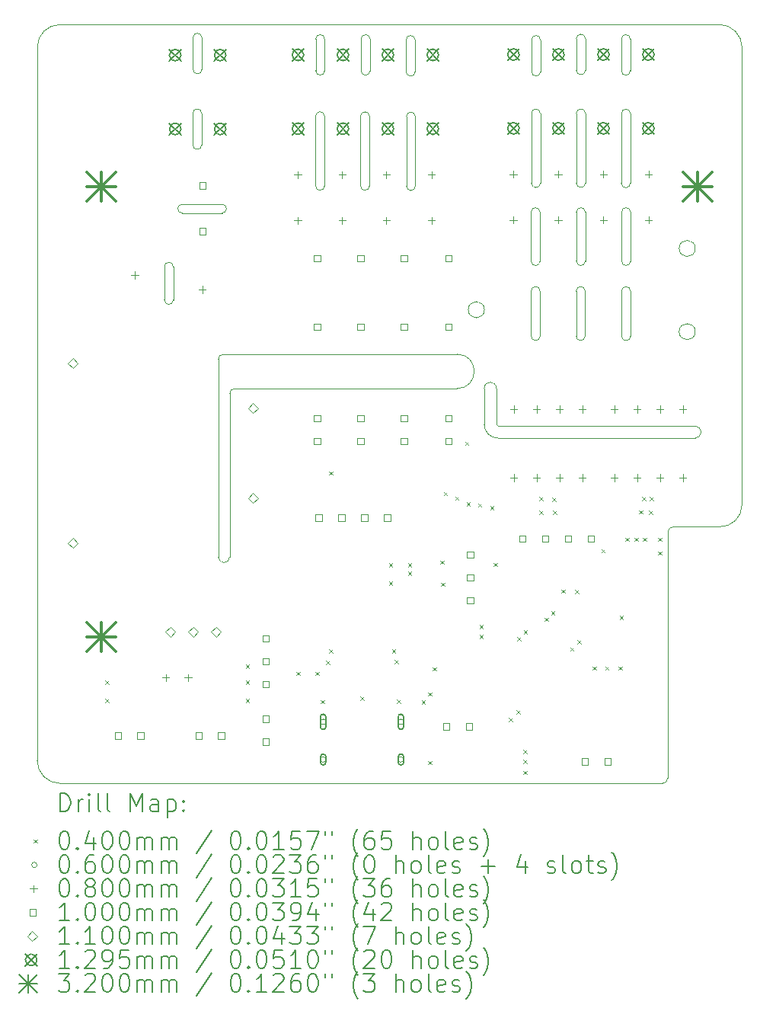
<source format=gbr>
%TF.GenerationSoftware,KiCad,Pcbnew,(6.0.9)*%
%TF.CreationDate,2022-12-05T17:47:18+01:00*%
%TF.ProjectId,hamodule,68616d6f-6475-46c6-952e-6b696361645f,V.20221205.22*%
%TF.SameCoordinates,Original*%
%TF.FileFunction,Drillmap*%
%TF.FilePolarity,Positive*%
%FSLAX45Y45*%
G04 Gerber Fmt 4.5, Leading zero omitted, Abs format (unit mm)*
G04 Created by KiCad (PCBNEW (6.0.9)) date 2022-12-05 17:47:18*
%MOMM*%
%LPD*%
G01*
G04 APERTURE LIST*
%ADD10C,0.050000*%
%ADD11C,0.100000*%
%ADD12C,0.200000*%
%ADD13C,0.040000*%
%ADD14C,0.060000*%
%ADD15C,0.080000*%
%ADD16C,0.110000*%
%ADD17C,0.129540*%
%ADD18C,0.320000*%
G04 APERTURE END LIST*
D10*
X10922000Y-8456395D02*
X10922050Y-3371850D01*
X6753950Y-11550850D02*
X3340150Y-11550850D01*
X10402450Y-5607050D02*
G75*
G03*
X10402450Y-5607050I-90000J0D01*
G01*
D11*
X7753950Y-7162800D02*
X5281980Y-7162800D01*
D10*
X10668050Y-3117850D02*
X3340150Y-3117850D01*
D11*
X5154980Y-6781800D02*
X7753950Y-6781800D01*
D10*
X3086150Y-11296650D02*
X3086150Y-3371850D01*
X7753950Y-7162800D02*
G75*
G03*
X7753950Y-6781800I0J190500D01*
G01*
X3086150Y-11296650D02*
G75*
G03*
X3340150Y-11550850I254200J0D01*
G01*
X10039350Y-11550650D02*
X6753950Y-11550850D01*
X10922050Y-3371850D02*
G75*
G03*
X10668050Y-3117850I-254000J0D01*
G01*
X9179905Y-5746455D02*
X9179905Y-5203485D01*
X9580340Y-3280410D02*
X9580340Y-3631250D01*
X8058030Y-6287770D02*
G75*
G03*
X8058030Y-6287770I-90000J0D01*
G01*
X6680475Y-4137930D02*
X6680475Y-4910675D01*
X6181820Y-3280410D02*
X6181820Y-3631250D01*
X8055888Y-7560500D02*
G75*
G03*
X8210300Y-7714912I154412J0D01*
G01*
X8582120Y-3641410D02*
G75*
G03*
X8681770Y-3641410I49825J0D01*
G01*
X8577335Y-5203485D02*
X8577335Y-5746455D01*
X8681770Y-3290570D02*
G75*
G03*
X8582120Y-3290570I-49825J0D01*
G01*
X4815300Y-4105910D02*
X4815300Y-4456750D01*
X8676985Y-5746455D02*
X8676985Y-5203485D01*
X8577335Y-6580500D02*
G75*
G03*
X8676985Y-6580500I49825J0D01*
G01*
X6687280Y-3631250D02*
G75*
G03*
X6786930Y-3631250I49825J0D01*
G01*
X9580635Y-4881490D02*
G75*
G03*
X9680285Y-4881490I49825J0D01*
G01*
X6780125Y-4137930D02*
G75*
G03*
X6680475Y-4137930I-49825J0D01*
G01*
X5154980Y-6781800D02*
G75*
G03*
X5099100Y-6837680I0J-55880D01*
G01*
X10402450Y-6531610D02*
G75*
G03*
X10402450Y-6531610I-90000J0D01*
G01*
X9682825Y-5746455D02*
X9682825Y-5203485D01*
X9080255Y-5746455D02*
G75*
G03*
X9179905Y-5746455I49825J0D01*
G01*
X6786930Y-3280410D02*
G75*
G03*
X6687280Y-3280410I-49825J0D01*
G01*
X9580340Y-3631250D02*
G75*
G03*
X9679990Y-3631250I49825J0D01*
G01*
X5141538Y-5113938D02*
X4698363Y-5113938D01*
X8676985Y-5203485D02*
G75*
G03*
X8577335Y-5203485I-49825J0D01*
G01*
X9580635Y-4108745D02*
X9580635Y-4881490D01*
X9680285Y-4881490D02*
X9680285Y-4108745D01*
X7187660Y-3290570D02*
X7187660Y-3641410D01*
D11*
X8210300Y-7580292D02*
X10400187Y-7580292D01*
D10*
X8190508Y-7160500D02*
G75*
G03*
X8055888Y-7160500I-67310J-3D01*
G01*
X9077715Y-6080500D02*
X9077715Y-6580500D01*
X10160000Y-8699500D02*
G75*
G03*
X10096500Y-8763000I0J-63500D01*
G01*
X5281980Y-7162800D02*
G75*
G03*
X5226100Y-7218680I-10J-55870D01*
G01*
X9682825Y-5203485D02*
G75*
G03*
X9583175Y-5203485I-49825J0D01*
G01*
X5099100Y-6837680D02*
X5099100Y-9034780D01*
X7290125Y-4140500D02*
G75*
G03*
X7190475Y-4140500I-49825J0D01*
G01*
X8580950Y-4107570D02*
X8580950Y-4880315D01*
X6180475Y-4910675D02*
G75*
G03*
X6280125Y-4910675I49825J0D01*
G01*
X7190475Y-4140500D02*
X7190475Y-4913245D01*
X4817950Y-3615690D02*
G75*
G03*
X4917600Y-3615690I49825J0D01*
G01*
X6181820Y-3631250D02*
G75*
G03*
X6281470Y-3631250I49825J0D01*
G01*
X9179610Y-3626170D02*
X9179610Y-3275330D01*
X9682825Y-6580500D02*
X9682825Y-6080500D01*
X8577335Y-6080500D02*
X8577335Y-6580500D01*
X9680285Y-4108745D02*
G75*
G03*
X9580635Y-4108745I-49825J0D01*
G01*
X8582120Y-3290570D02*
X8582120Y-3641410D01*
X9583175Y-6080500D02*
X9583175Y-6580500D01*
X4499660Y-6178375D02*
G75*
G03*
X4599310Y-6178375I49825J0D01*
G01*
D11*
X10400187Y-7714912D02*
X8210300Y-7714912D01*
D10*
X9179905Y-4878950D02*
X9179905Y-4106205D01*
X8580950Y-4880315D02*
G75*
G03*
X8680600Y-4880315I49825J0D01*
G01*
X10039350Y-11550650D02*
G75*
G03*
X10096500Y-11493500I0J57150D01*
G01*
X4917600Y-3264850D02*
G75*
G03*
X4817950Y-3264850I-49825J0D01*
G01*
X10096500Y-8763000D02*
X10096500Y-11493500D01*
X6680475Y-4910675D02*
G75*
G03*
X6780125Y-4910675I49825J0D01*
G01*
X4917600Y-3615690D02*
X4917600Y-3264850D01*
X5141538Y-5213583D02*
G75*
G03*
X5141538Y-5113938I3J49823D01*
G01*
X4914950Y-4456750D02*
X4914950Y-4105910D01*
X8680600Y-4880315D02*
X8680600Y-4107570D01*
X4914950Y-4105910D02*
G75*
G03*
X4815300Y-4105910I-49825J0D01*
G01*
X4815300Y-4456750D02*
G75*
G03*
X4914950Y-4456750I49825J0D01*
G01*
X7287310Y-3641410D02*
X7287310Y-3290570D01*
X6687280Y-3280410D02*
X6687280Y-3631250D01*
X9080255Y-5203485D02*
X9080255Y-5746455D01*
X7287310Y-3290570D02*
G75*
G03*
X7187660Y-3290570I-49825J0D01*
G01*
X8577335Y-5746455D02*
G75*
G03*
X8676985Y-5746455I49825J0D01*
G01*
X3340150Y-3117850D02*
G75*
G03*
X3086150Y-3371850I0J-254000D01*
G01*
X4698363Y-5113933D02*
G75*
G03*
X4698363Y-5213588I-3J-49828D01*
G01*
X10668000Y-8699496D02*
G75*
G03*
X10922000Y-8456395I10660J243106D01*
G01*
X4499660Y-5810425D02*
X4499660Y-6178375D01*
X9080255Y-4106205D02*
X9080255Y-4878950D01*
X6786930Y-3631250D02*
X6786930Y-3280410D01*
X6280125Y-4137930D02*
G75*
G03*
X6180475Y-4137930I-49825J0D01*
G01*
X9179905Y-5203485D02*
G75*
G03*
X9080255Y-5203485I-49825J0D01*
G01*
X9079960Y-3626170D02*
G75*
G03*
X9179610Y-3626170I49825J0D01*
G01*
X9179610Y-3275330D02*
G75*
G03*
X9079960Y-3275330I-49825J0D01*
G01*
X5099100Y-9034780D02*
G75*
G03*
X5226100Y-9034780I63500J1561D01*
G01*
X9682825Y-6080500D02*
G75*
G03*
X9583175Y-6080500I-49825J0D01*
G01*
X9583175Y-5746455D02*
G75*
G03*
X9682825Y-5746455I49825J0D01*
G01*
X9080255Y-4878950D02*
G75*
G03*
X9179905Y-4878950I49825J0D01*
G01*
X8190508Y-7560500D02*
G75*
G03*
X8210300Y-7580292I19792J0D01*
G01*
X9077715Y-6580500D02*
G75*
G03*
X9177365Y-6580500I49825J0D01*
G01*
X9679990Y-3631250D02*
X9679990Y-3280410D01*
X9179905Y-4106205D02*
G75*
G03*
X9080255Y-4106205I-49825J0D01*
G01*
X6281470Y-3280410D02*
G75*
G03*
X6181820Y-3280410I-49825J0D01*
G01*
X6281470Y-3631250D02*
X6281470Y-3280410D01*
X4817950Y-3264850D02*
X4817950Y-3615690D01*
X7190475Y-4913245D02*
G75*
G03*
X7290125Y-4913245I49825J0D01*
G01*
X9583175Y-5203485D02*
X9583175Y-5746455D01*
X10160000Y-8699500D02*
X10668000Y-8699500D01*
X8676985Y-6580500D02*
X8676985Y-6080500D01*
X8055888Y-7560500D02*
X8055888Y-7160500D01*
X4599310Y-5810425D02*
G75*
G03*
X4499660Y-5810425I-49825J0D01*
G01*
X6280125Y-4910675D02*
X6280125Y-4137930D01*
X10400187Y-7714908D02*
G75*
G03*
X10400187Y-7580292I3J67308D01*
G01*
X8190508Y-7160500D02*
X8190508Y-7560500D01*
X8676985Y-6080500D02*
G75*
G03*
X8577335Y-6080500I-49825J0D01*
G01*
X9177365Y-6080500D02*
G75*
G03*
X9077715Y-6080500I-49825J0D01*
G01*
X9679990Y-3280410D02*
G75*
G03*
X9580340Y-3280410I-49825J0D01*
G01*
X7187660Y-3641410D02*
G75*
G03*
X7287310Y-3641410I49825J0D01*
G01*
X4599310Y-6178375D02*
X4599310Y-5810425D01*
X9079960Y-3275330D02*
X9079960Y-3626170D01*
X9177365Y-6580500D02*
X9177365Y-6080500D01*
X8681770Y-3641410D02*
X8681770Y-3290570D01*
X6780125Y-4910675D02*
X6780125Y-4137930D01*
X5226100Y-9034780D02*
X5226100Y-7218680D01*
X4698363Y-5213588D02*
X5141538Y-5213588D01*
X6180475Y-4137930D02*
X6180475Y-4910675D01*
X8680600Y-4107570D02*
G75*
G03*
X8580950Y-4107570I-49825J0D01*
G01*
X7290125Y-4913245D02*
X7290125Y-4140500D01*
X9583175Y-6580500D02*
G75*
G03*
X9682825Y-6580500I49825J0D01*
G01*
D12*
D13*
X3840800Y-10406700D02*
X3880800Y-10446700D01*
X3880800Y-10406700D02*
X3840800Y-10446700D01*
X3840800Y-10609900D02*
X3880800Y-10649900D01*
X3880800Y-10609900D02*
X3840800Y-10649900D01*
X5402900Y-10228900D02*
X5442900Y-10268900D01*
X5442900Y-10228900D02*
X5402900Y-10268900D01*
X5402900Y-10406700D02*
X5442900Y-10446700D01*
X5442900Y-10406700D02*
X5402900Y-10446700D01*
X5402900Y-10609900D02*
X5442900Y-10649900D01*
X5442900Y-10609900D02*
X5402900Y-10649900D01*
X5970000Y-10310000D02*
X6010000Y-10350000D01*
X6010000Y-10310000D02*
X5970000Y-10350000D01*
X6180000Y-10310000D02*
X6220000Y-10350000D01*
X6220000Y-10310000D02*
X6180000Y-10350000D01*
X6240000Y-10624000D02*
X6280000Y-10664000D01*
X6280000Y-10624000D02*
X6240000Y-10664000D01*
X6300000Y-10190000D02*
X6340000Y-10230000D01*
X6340000Y-10190000D02*
X6300000Y-10230000D01*
X6328780Y-8082600D02*
X6368780Y-8122600D01*
X6368780Y-8082600D02*
X6328780Y-8122600D01*
X6330000Y-10060000D02*
X6370000Y-10100000D01*
X6370000Y-10060000D02*
X6330000Y-10100000D01*
X6679600Y-10583640D02*
X6719600Y-10623640D01*
X6719600Y-10583640D02*
X6679600Y-10623640D01*
X6995000Y-9105000D02*
X7035000Y-9145000D01*
X7035000Y-9105000D02*
X6995000Y-9145000D01*
X6995000Y-9305000D02*
X7035000Y-9345000D01*
X7035000Y-9305000D02*
X6995000Y-9345000D01*
X7030000Y-10060000D02*
X7070000Y-10100000D01*
X7070000Y-10060000D02*
X7030000Y-10100000D01*
X7060000Y-10180000D02*
X7100000Y-10220000D01*
X7100000Y-10180000D02*
X7060000Y-10220000D01*
X7087000Y-10617000D02*
X7127000Y-10657000D01*
X7127000Y-10617000D02*
X7087000Y-10657000D01*
X7206950Y-9103050D02*
X7246950Y-9143050D01*
X7246950Y-9103050D02*
X7206950Y-9143050D01*
X7206950Y-9197050D02*
X7246950Y-9237050D01*
X7246950Y-9197050D02*
X7206950Y-9237050D01*
X7360000Y-10630000D02*
X7400000Y-10670000D01*
X7400000Y-10630000D02*
X7360000Y-10670000D01*
X7430000Y-10540000D02*
X7470000Y-10580000D01*
X7470000Y-10540000D02*
X7430000Y-10580000D01*
X7430000Y-11300000D02*
X7470000Y-11340000D01*
X7470000Y-11300000D02*
X7430000Y-11340000D01*
X7480000Y-10260000D02*
X7520000Y-10300000D01*
X7520000Y-10260000D02*
X7480000Y-10300000D01*
X7568300Y-9073200D02*
X7608300Y-9113200D01*
X7608300Y-9073200D02*
X7568300Y-9113200D01*
X7576950Y-9319580D02*
X7616950Y-9359580D01*
X7616950Y-9319580D02*
X7576950Y-9359580D01*
X7606400Y-8311200D02*
X7646400Y-8351200D01*
X7646400Y-8311200D02*
X7606400Y-8351200D01*
X7733400Y-8362000D02*
X7773400Y-8402000D01*
X7773400Y-8362000D02*
X7733400Y-8402000D01*
X7841300Y-7752400D02*
X7881300Y-7792400D01*
X7881300Y-7752400D02*
X7841300Y-7792400D01*
X7860400Y-8425500D02*
X7900400Y-8465500D01*
X7900400Y-8425500D02*
X7860400Y-8465500D01*
X7987400Y-8438200D02*
X8027400Y-8478200D01*
X8027400Y-8438200D02*
X7987400Y-8478200D01*
X8002396Y-9792250D02*
X8042396Y-9832250D01*
X8042396Y-9792250D02*
X8002396Y-9832250D01*
X8002396Y-9897250D02*
X8042396Y-9937250D01*
X8042396Y-9897250D02*
X8002396Y-9937250D01*
X8122351Y-8468349D02*
X8162351Y-8508349D01*
X8162351Y-8468349D02*
X8122351Y-8508349D01*
X8160000Y-9100000D02*
X8200000Y-9140000D01*
X8200000Y-9100000D02*
X8160000Y-9140000D01*
X8330000Y-10820000D02*
X8370000Y-10860000D01*
X8370000Y-10820000D02*
X8330000Y-10860000D01*
X8415707Y-10740050D02*
X8455707Y-10780050D01*
X8455707Y-10740050D02*
X8415707Y-10780050D01*
X8420877Y-9922123D02*
X8460877Y-9962123D01*
X8460877Y-9922123D02*
X8420877Y-9962123D01*
X8490000Y-11180000D02*
X8530000Y-11220000D01*
X8530000Y-11180000D02*
X8490000Y-11220000D01*
X8490000Y-11290000D02*
X8530000Y-11330000D01*
X8530000Y-11290000D02*
X8490000Y-11330000D01*
X8490000Y-11410000D02*
X8530000Y-11450000D01*
X8530000Y-11410000D02*
X8490000Y-11450000D01*
X8495123Y-9847877D02*
X8535123Y-9887877D01*
X8535123Y-9847877D02*
X8495123Y-9887877D01*
X8670660Y-8369620D02*
X8710660Y-8409620D01*
X8710660Y-8369620D02*
X8670660Y-8409620D01*
X8670660Y-8522020D02*
X8710660Y-8562020D01*
X8710660Y-8522020D02*
X8670660Y-8562020D01*
X8730000Y-9710000D02*
X8770000Y-9750000D01*
X8770000Y-9710000D02*
X8730000Y-9750000D01*
X8800000Y-9640000D02*
X8840000Y-9680000D01*
X8840000Y-9640000D02*
X8800000Y-9680000D01*
X8812900Y-8374700D02*
X8852900Y-8414700D01*
X8852900Y-8374700D02*
X8812900Y-8414700D01*
X8823060Y-8522020D02*
X8863060Y-8562020D01*
X8863060Y-8522020D02*
X8823060Y-8562020D01*
X8916000Y-9397000D02*
X8956000Y-9437000D01*
X8956000Y-9397000D02*
X8916000Y-9437000D01*
X9010000Y-10040000D02*
X9050000Y-10080000D01*
X9050000Y-10040000D02*
X9010000Y-10080000D01*
X9065000Y-9400000D02*
X9105000Y-9440000D01*
X9105000Y-9400000D02*
X9065000Y-9440000D01*
X9090000Y-9960000D02*
X9130000Y-10000000D01*
X9130000Y-9960000D02*
X9090000Y-10000000D01*
X9260000Y-10250000D02*
X9300000Y-10290000D01*
X9300000Y-10250000D02*
X9260000Y-10290000D01*
X9359000Y-8946200D02*
X9399000Y-8986200D01*
X9399000Y-8946200D02*
X9359000Y-8986200D01*
X9400000Y-10250000D02*
X9440000Y-10290000D01*
X9440000Y-10250000D02*
X9400000Y-10290000D01*
X9550000Y-10250000D02*
X9590000Y-10290000D01*
X9590000Y-10250000D02*
X9550000Y-10290000D01*
X9560000Y-9690000D02*
X9600000Y-9730000D01*
X9600000Y-9690000D02*
X9560000Y-9730000D01*
X9625700Y-8819200D02*
X9665700Y-8859200D01*
X9665700Y-8819200D02*
X9625700Y-8859200D01*
X9723490Y-8819200D02*
X9763490Y-8859200D01*
X9763490Y-8819200D02*
X9723490Y-8859200D01*
X9778100Y-8514400D02*
X9818100Y-8554400D01*
X9818100Y-8514400D02*
X9778100Y-8554400D01*
X9808580Y-8364540D02*
X9848580Y-8404540D01*
X9848580Y-8364540D02*
X9808580Y-8404540D01*
X9817470Y-8819200D02*
X9857470Y-8859200D01*
X9857470Y-8819200D02*
X9817470Y-8859200D01*
X9890000Y-8520000D02*
X9930000Y-8560000D01*
X9930000Y-8520000D02*
X9890000Y-8560000D01*
X9894940Y-8364540D02*
X9934940Y-8404540D01*
X9934940Y-8364540D02*
X9894940Y-8404540D01*
X9986380Y-8819200D02*
X10026380Y-8859200D01*
X10026380Y-8819200D02*
X9986380Y-8859200D01*
X9988700Y-8971600D02*
X10028700Y-9011600D01*
X10028700Y-8971600D02*
X9988700Y-9011600D01*
D14*
X6295600Y-10867590D02*
G75*
G03*
X6295600Y-10867590I-30000J0D01*
G01*
D12*
X6235600Y-10812590D02*
X6235600Y-10922590D01*
X6295600Y-10812590D02*
X6295600Y-10922590D01*
X6235600Y-10922590D02*
G75*
G03*
X6295600Y-10922590I30000J0D01*
G01*
X6295600Y-10812590D02*
G75*
G03*
X6235600Y-10812590I-30000J0D01*
G01*
D14*
X6295600Y-11285590D02*
G75*
G03*
X6295600Y-11285590I-30000J0D01*
G01*
D12*
X6235600Y-11255590D02*
X6235600Y-11315590D01*
X6295600Y-11255590D02*
X6295600Y-11315590D01*
X6235600Y-11315590D02*
G75*
G03*
X6295600Y-11315590I30000J0D01*
G01*
X6295600Y-11255590D02*
G75*
G03*
X6235600Y-11255590I-30000J0D01*
G01*
D14*
X7159600Y-10867590D02*
G75*
G03*
X7159600Y-10867590I-30000J0D01*
G01*
D12*
X7099600Y-10812590D02*
X7099600Y-10922590D01*
X7159600Y-10812590D02*
X7159600Y-10922590D01*
X7099600Y-10922590D02*
G75*
G03*
X7159600Y-10922590I30000J0D01*
G01*
X7159600Y-10812590D02*
G75*
G03*
X7099600Y-10812590I-30000J0D01*
G01*
D14*
X7159600Y-11285590D02*
G75*
G03*
X7159600Y-11285590I-30000J0D01*
G01*
D12*
X7099600Y-11255590D02*
X7099600Y-11315590D01*
X7159600Y-11255590D02*
X7159600Y-11315590D01*
X7099600Y-11315590D02*
G75*
G03*
X7159600Y-11315590I30000J0D01*
G01*
X7159600Y-11255590D02*
G75*
G03*
X7099600Y-11255590I-30000J0D01*
G01*
D15*
X4170380Y-5861145D02*
X4170380Y-5941145D01*
X4130380Y-5901145D02*
X4210380Y-5901145D01*
X4514900Y-10335900D02*
X4514900Y-10415900D01*
X4474900Y-10375900D02*
X4554900Y-10375900D01*
X4764900Y-10335900D02*
X4764900Y-10415900D01*
X4724900Y-10375900D02*
X4804900Y-10375900D01*
X4920380Y-6024478D02*
X4920380Y-6104478D01*
X4880380Y-6064478D02*
X4960380Y-6064478D01*
X5981700Y-4747900D02*
X5981700Y-4827900D01*
X5941700Y-4787900D02*
X6021700Y-4787900D01*
X5981700Y-5255900D02*
X5981700Y-5335900D01*
X5941700Y-5295900D02*
X6021700Y-5295900D01*
X6477000Y-4747900D02*
X6477000Y-4827900D01*
X6437000Y-4787900D02*
X6517000Y-4787900D01*
X6477000Y-5255900D02*
X6477000Y-5335900D01*
X6437000Y-5295900D02*
X6517000Y-5295900D01*
X6969000Y-4747900D02*
X6969000Y-4827900D01*
X6929000Y-4787900D02*
X7009000Y-4787900D01*
X6969000Y-5255900D02*
X6969000Y-5335900D01*
X6929000Y-5295900D02*
X7009000Y-5295900D01*
X7469000Y-4747900D02*
X7469000Y-4827900D01*
X7429000Y-4787900D02*
X7509000Y-4787900D01*
X7469000Y-5255900D02*
X7469000Y-5335900D01*
X7429000Y-5295900D02*
X7509000Y-5295900D01*
X8379510Y-4741550D02*
X8379510Y-4821550D01*
X8339510Y-4781550D02*
X8419510Y-4781550D01*
X8379510Y-5249550D02*
X8379510Y-5329550D01*
X8339510Y-5289550D02*
X8419510Y-5289550D01*
X8383427Y-7352332D02*
X8383427Y-7432332D01*
X8343427Y-7392332D02*
X8423427Y-7392332D01*
X8383427Y-8114332D02*
X8383427Y-8194332D01*
X8343427Y-8154332D02*
X8423427Y-8154332D01*
X8637427Y-7352332D02*
X8637427Y-7432332D01*
X8597427Y-7392332D02*
X8677427Y-7392332D01*
X8637427Y-8114332D02*
X8637427Y-8194332D01*
X8597427Y-8154332D02*
X8677427Y-8154332D01*
X8877350Y-4741550D02*
X8877350Y-4821550D01*
X8837350Y-4781550D02*
X8917350Y-4781550D01*
X8877350Y-5249550D02*
X8877350Y-5329550D01*
X8837350Y-5289550D02*
X8917350Y-5289550D01*
X8891427Y-7352332D02*
X8891427Y-7432332D01*
X8851427Y-7392332D02*
X8931427Y-7392332D01*
X8891427Y-8114332D02*
X8891427Y-8194332D01*
X8851427Y-8154332D02*
X8931427Y-8154332D01*
X9145427Y-7352332D02*
X9145427Y-7432332D01*
X9105427Y-7392332D02*
X9185427Y-7392332D01*
X9145427Y-8114332D02*
X9145427Y-8194332D01*
X9105427Y-8154332D02*
X9185427Y-8154332D01*
X9380270Y-4741550D02*
X9380270Y-4821550D01*
X9340270Y-4781550D02*
X9420270Y-4781550D01*
X9380270Y-5249550D02*
X9380270Y-5329550D01*
X9340270Y-5289550D02*
X9420270Y-5289550D01*
X9501027Y-7352332D02*
X9501027Y-7432332D01*
X9461027Y-7392332D02*
X9541027Y-7392332D01*
X9501027Y-8114332D02*
X9501027Y-8194332D01*
X9461027Y-8154332D02*
X9541027Y-8154332D01*
X9755027Y-7352332D02*
X9755027Y-7432332D01*
X9715027Y-7392332D02*
X9795027Y-7392332D01*
X9755027Y-8114332D02*
X9755027Y-8194332D01*
X9715027Y-8154332D02*
X9795027Y-8154332D01*
X9883190Y-4741550D02*
X9883190Y-4821550D01*
X9843190Y-4781550D02*
X9923190Y-4781550D01*
X9883190Y-5249550D02*
X9883190Y-5329550D01*
X9843190Y-5289550D02*
X9923190Y-5289550D01*
X10009027Y-7352332D02*
X10009027Y-7432332D01*
X9969027Y-7392332D02*
X10049027Y-7392332D01*
X10009027Y-8114332D02*
X10009027Y-8194332D01*
X9969027Y-8154332D02*
X10049027Y-8154332D01*
X10263027Y-7352332D02*
X10263027Y-7432332D01*
X10223027Y-7392332D02*
X10303027Y-7392332D01*
X10263027Y-8114332D02*
X10263027Y-8194332D01*
X10223027Y-8154332D02*
X10303027Y-8154332D01*
D11*
X4018856Y-11057256D02*
X4018856Y-10986544D01*
X3948144Y-10986544D01*
X3948144Y-11057256D01*
X4018856Y-11057256D01*
X4268856Y-11057256D02*
X4268856Y-10986544D01*
X4198144Y-10986544D01*
X4198144Y-11057256D01*
X4268856Y-11057256D01*
X4918556Y-11057256D02*
X4918556Y-10986544D01*
X4847844Y-10986544D01*
X4847844Y-11057256D01*
X4918556Y-11057256D01*
X4959306Y-5452206D02*
X4959306Y-5381494D01*
X4888594Y-5381494D01*
X4888594Y-5452206D01*
X4959306Y-5452206D01*
X4960306Y-4944206D02*
X4960306Y-4873494D01*
X4889594Y-4873494D01*
X4889594Y-4944206D01*
X4960306Y-4944206D01*
X5168556Y-11057256D02*
X5168556Y-10986544D01*
X5097844Y-10986544D01*
X5097844Y-11057256D01*
X5168556Y-11057256D01*
X5661506Y-9974376D02*
X5661506Y-9903664D01*
X5590794Y-9903664D01*
X5590794Y-9974376D01*
X5661506Y-9974376D01*
X5661506Y-10228376D02*
X5661506Y-10157664D01*
X5590794Y-10157664D01*
X5590794Y-10228376D01*
X5661506Y-10228376D01*
X5661506Y-10482376D02*
X5661506Y-10411664D01*
X5590794Y-10411664D01*
X5590794Y-10482376D01*
X5661506Y-10482376D01*
X5661506Y-10869726D02*
X5661506Y-10799014D01*
X5590794Y-10799014D01*
X5590794Y-10869726D01*
X5661506Y-10869726D01*
X5661506Y-11123726D02*
X5661506Y-11053014D01*
X5590794Y-11053014D01*
X5590794Y-11123726D01*
X5661506Y-11123726D01*
X6232956Y-5750356D02*
X6232956Y-5679644D01*
X6162244Y-5679644D01*
X6162244Y-5750356D01*
X6232956Y-5750356D01*
X6232956Y-6512356D02*
X6232956Y-6441644D01*
X6162244Y-6441644D01*
X6162244Y-6512356D01*
X6232956Y-6512356D01*
X6232956Y-7528356D02*
X6232956Y-7457644D01*
X6162244Y-7457644D01*
X6162244Y-7528356D01*
X6232956Y-7528356D01*
X6232956Y-7782356D02*
X6232956Y-7711644D01*
X6162244Y-7711644D01*
X6162244Y-7782356D01*
X6232956Y-7782356D01*
X6252056Y-8633256D02*
X6252056Y-8562544D01*
X6181344Y-8562544D01*
X6181344Y-8633256D01*
X6252056Y-8633256D01*
X6506056Y-8633256D02*
X6506056Y-8562544D01*
X6435344Y-8562544D01*
X6435344Y-8633256D01*
X6506056Y-8633256D01*
X6715556Y-5750356D02*
X6715556Y-5679644D01*
X6644844Y-5679644D01*
X6644844Y-5750356D01*
X6715556Y-5750356D01*
X6715556Y-6512356D02*
X6715556Y-6441644D01*
X6644844Y-6441644D01*
X6644844Y-6512356D01*
X6715556Y-6512356D01*
X6715556Y-7528356D02*
X6715556Y-7457644D01*
X6644844Y-7457644D01*
X6644844Y-7528356D01*
X6715556Y-7528356D01*
X6715556Y-7782356D02*
X6715556Y-7711644D01*
X6644844Y-7711644D01*
X6644844Y-7782356D01*
X6715556Y-7782356D01*
X6760056Y-8633256D02*
X6760056Y-8562544D01*
X6689344Y-8562544D01*
X6689344Y-8633256D01*
X6760056Y-8633256D01*
X7014056Y-8633256D02*
X7014056Y-8562544D01*
X6943344Y-8562544D01*
X6943344Y-8633256D01*
X7014056Y-8633256D01*
X7198156Y-5750356D02*
X7198156Y-5679644D01*
X7127444Y-5679644D01*
X7127444Y-5750356D01*
X7198156Y-5750356D01*
X7198156Y-6512356D02*
X7198156Y-6441644D01*
X7127444Y-6441644D01*
X7127444Y-6512356D01*
X7198156Y-6512356D01*
X7198156Y-7528356D02*
X7198156Y-7457644D01*
X7127444Y-7457644D01*
X7127444Y-7528356D01*
X7198156Y-7528356D01*
X7198156Y-7782356D02*
X7198156Y-7711644D01*
X7127444Y-7711644D01*
X7127444Y-7782356D01*
X7198156Y-7782356D01*
X7667856Y-10955356D02*
X7667856Y-10884644D01*
X7597144Y-10884644D01*
X7597144Y-10955356D01*
X7667856Y-10955356D01*
X7693456Y-5750356D02*
X7693456Y-5679644D01*
X7622744Y-5679644D01*
X7622744Y-5750356D01*
X7693456Y-5750356D01*
X7693456Y-6512356D02*
X7693456Y-6441644D01*
X7622744Y-6441644D01*
X7622744Y-6512356D01*
X7693456Y-6512356D01*
X7693456Y-7528356D02*
X7693456Y-7457644D01*
X7622744Y-7457644D01*
X7622744Y-7528356D01*
X7693456Y-7528356D01*
X7693456Y-7782356D02*
X7693456Y-7711644D01*
X7622744Y-7711644D01*
X7622744Y-7782356D01*
X7693456Y-7782356D01*
X7921856Y-10955356D02*
X7921856Y-10884644D01*
X7851144Y-10884644D01*
X7851144Y-10955356D01*
X7921856Y-10955356D01*
X7935356Y-9047356D02*
X7935356Y-8976644D01*
X7864644Y-8976644D01*
X7864644Y-9047356D01*
X7935356Y-9047356D01*
X7935356Y-9301356D02*
X7935356Y-9230644D01*
X7864644Y-9230644D01*
X7864644Y-9301356D01*
X7935356Y-9301356D01*
X7935356Y-9555356D02*
X7935356Y-9484644D01*
X7864644Y-9484644D01*
X7864644Y-9555356D01*
X7935356Y-9555356D01*
X8513656Y-8869516D02*
X8513656Y-8798804D01*
X8442944Y-8798804D01*
X8442944Y-8869516D01*
X8513656Y-8869516D01*
X8767656Y-8869516D02*
X8767656Y-8798804D01*
X8696944Y-8798804D01*
X8696944Y-8869516D01*
X8767656Y-8869516D01*
X9021656Y-8869516D02*
X9021656Y-8798804D01*
X8950944Y-8798804D01*
X8950944Y-8869516D01*
X9021656Y-8869516D01*
X9207356Y-11343356D02*
X9207356Y-11272644D01*
X9136644Y-11272644D01*
X9136644Y-11343356D01*
X9207356Y-11343356D01*
X9275656Y-8869516D02*
X9275656Y-8798804D01*
X9204944Y-8798804D01*
X9204944Y-8869516D01*
X9275656Y-8869516D01*
X9461356Y-11343356D02*
X9461356Y-11272644D01*
X9390644Y-11272644D01*
X9390644Y-11343356D01*
X9461356Y-11343356D01*
D16*
X3483910Y-6935500D02*
X3538910Y-6880500D01*
X3483910Y-6825500D01*
X3428910Y-6880500D01*
X3483910Y-6935500D01*
X3483910Y-8935500D02*
X3538910Y-8880500D01*
X3483910Y-8825500D01*
X3428910Y-8880500D01*
X3483910Y-8935500D01*
X4565700Y-9922900D02*
X4620700Y-9867900D01*
X4565700Y-9812900D01*
X4510700Y-9867900D01*
X4565700Y-9922900D01*
X4819700Y-9922900D02*
X4874700Y-9867900D01*
X4819700Y-9812900D01*
X4764700Y-9867900D01*
X4819700Y-9922900D01*
X5073700Y-9922900D02*
X5128700Y-9867900D01*
X5073700Y-9812900D01*
X5018700Y-9867900D01*
X5073700Y-9922900D01*
X5483910Y-7435500D02*
X5538910Y-7380500D01*
X5483910Y-7325500D01*
X5428910Y-7380500D01*
X5483910Y-7435500D01*
X5483910Y-8435500D02*
X5538910Y-8380500D01*
X5483910Y-8325500D01*
X5428910Y-8380500D01*
X5483910Y-8435500D01*
D17*
X4555540Y-3393440D02*
X4685080Y-3522980D01*
X4685080Y-3393440D02*
X4555540Y-3522980D01*
X4685080Y-3458210D02*
G75*
G03*
X4685080Y-3458210I-64770J0D01*
G01*
X4555540Y-4213440D02*
X4685080Y-4342980D01*
X4685080Y-4213440D02*
X4555540Y-4342980D01*
X4685080Y-4278210D02*
G75*
G03*
X4685080Y-4278210I-64770J0D01*
G01*
X5055540Y-3393440D02*
X5185080Y-3522980D01*
X5185080Y-3393440D02*
X5055540Y-3522980D01*
X5185080Y-3458210D02*
G75*
G03*
X5185080Y-3458210I-64770J0D01*
G01*
X5055540Y-4213440D02*
X5185080Y-4342980D01*
X5185080Y-4213440D02*
X5055540Y-4342980D01*
X5185080Y-4278210D02*
G75*
G03*
X5185080Y-4278210I-64770J0D01*
G01*
X5920180Y-3391080D02*
X6049720Y-3520620D01*
X6049720Y-3391080D02*
X5920180Y-3520620D01*
X6049720Y-3455850D02*
G75*
G03*
X6049720Y-3455850I-64770J0D01*
G01*
X5920180Y-4211080D02*
X6049720Y-4340620D01*
X6049720Y-4211080D02*
X5920180Y-4340620D01*
X6049720Y-4275850D02*
G75*
G03*
X6049720Y-4275850I-64770J0D01*
G01*
X6420180Y-3391080D02*
X6549720Y-3520620D01*
X6549720Y-3391080D02*
X6420180Y-3520620D01*
X6549720Y-3455850D02*
G75*
G03*
X6549720Y-3455850I-64770J0D01*
G01*
X6420180Y-4211080D02*
X6549720Y-4340620D01*
X6549720Y-4211080D02*
X6420180Y-4340620D01*
X6549720Y-4275850D02*
G75*
G03*
X6549720Y-4275850I-64770J0D01*
G01*
X6920180Y-3391080D02*
X7049720Y-3520620D01*
X7049720Y-3391080D02*
X6920180Y-3520620D01*
X7049720Y-3455850D02*
G75*
G03*
X7049720Y-3455850I-64770J0D01*
G01*
X6920180Y-4211080D02*
X7049720Y-4340620D01*
X7049720Y-4211080D02*
X6920180Y-4340620D01*
X7049720Y-4275850D02*
G75*
G03*
X7049720Y-4275850I-64770J0D01*
G01*
X7420180Y-3391080D02*
X7549720Y-3520620D01*
X7549720Y-3391080D02*
X7420180Y-3520620D01*
X7549720Y-3455850D02*
G75*
G03*
X7549720Y-3455850I-64770J0D01*
G01*
X7420180Y-4211080D02*
X7549720Y-4340620D01*
X7549720Y-4211080D02*
X7420180Y-4340620D01*
X7549720Y-4275850D02*
G75*
G03*
X7549720Y-4275850I-64770J0D01*
G01*
X8316180Y-3387080D02*
X8445720Y-3516620D01*
X8445720Y-3387080D02*
X8316180Y-3516620D01*
X8445720Y-3451850D02*
G75*
G03*
X8445720Y-3451850I-64770J0D01*
G01*
X8316180Y-4207080D02*
X8445720Y-4336620D01*
X8445720Y-4207080D02*
X8316180Y-4336620D01*
X8445720Y-4271850D02*
G75*
G03*
X8445720Y-4271850I-64770J0D01*
G01*
X8816180Y-3387080D02*
X8945720Y-3516620D01*
X8945720Y-3387080D02*
X8816180Y-3516620D01*
X8945720Y-3451850D02*
G75*
G03*
X8945720Y-3451850I-64770J0D01*
G01*
X8816180Y-4207080D02*
X8945720Y-4336620D01*
X8945720Y-4207080D02*
X8816180Y-4336620D01*
X8945720Y-4271850D02*
G75*
G03*
X8945720Y-4271850I-64770J0D01*
G01*
X9316180Y-3387080D02*
X9445720Y-3516620D01*
X9445720Y-3387080D02*
X9316180Y-3516620D01*
X9445720Y-3451850D02*
G75*
G03*
X9445720Y-3451850I-64770J0D01*
G01*
X9316180Y-4207080D02*
X9445720Y-4336620D01*
X9445720Y-4207080D02*
X9316180Y-4336620D01*
X9445720Y-4271850D02*
G75*
G03*
X9445720Y-4271850I-64770J0D01*
G01*
X9816180Y-3387080D02*
X9945720Y-3516620D01*
X9945720Y-3387080D02*
X9816180Y-3516620D01*
X9945720Y-3451850D02*
G75*
G03*
X9945720Y-3451850I-64770J0D01*
G01*
X9816180Y-4207080D02*
X9945720Y-4336620D01*
X9945720Y-4207080D02*
X9816180Y-4336620D01*
X9945720Y-4271850D02*
G75*
G03*
X9945720Y-4271850I-64770J0D01*
G01*
D18*
X3637350Y-4761250D02*
X3957350Y-5081250D01*
X3957350Y-4761250D02*
X3637350Y-5081250D01*
X3797350Y-4761250D02*
X3797350Y-5081250D01*
X3637350Y-4921250D02*
X3957350Y-4921250D01*
X3637350Y-9761250D02*
X3957350Y-10081250D01*
X3957350Y-9761250D02*
X3637350Y-10081250D01*
X3797350Y-9761250D02*
X3797350Y-10081250D01*
X3637350Y-9921250D02*
X3957350Y-9921250D01*
X10266750Y-4761250D02*
X10586750Y-5081250D01*
X10586750Y-4761250D02*
X10266750Y-5081250D01*
X10426750Y-4761250D02*
X10426750Y-5081250D01*
X10266750Y-4921250D02*
X10586750Y-4921250D01*
D12*
X3341269Y-11863826D02*
X3341269Y-11663826D01*
X3388888Y-11663826D01*
X3417459Y-11673350D01*
X3436507Y-11692398D01*
X3446031Y-11711445D01*
X3455555Y-11749540D01*
X3455555Y-11778112D01*
X3446031Y-11816207D01*
X3436507Y-11835255D01*
X3417459Y-11854302D01*
X3388888Y-11863826D01*
X3341269Y-11863826D01*
X3541269Y-11863826D02*
X3541269Y-11730493D01*
X3541269Y-11768588D02*
X3550793Y-11749540D01*
X3560317Y-11740017D01*
X3579364Y-11730493D01*
X3598412Y-11730493D01*
X3665078Y-11863826D02*
X3665078Y-11730493D01*
X3665078Y-11663826D02*
X3655555Y-11673350D01*
X3665078Y-11682874D01*
X3674602Y-11673350D01*
X3665078Y-11663826D01*
X3665078Y-11682874D01*
X3788888Y-11863826D02*
X3769840Y-11854302D01*
X3760317Y-11835255D01*
X3760317Y-11663826D01*
X3893650Y-11863826D02*
X3874602Y-11854302D01*
X3865078Y-11835255D01*
X3865078Y-11663826D01*
X4122221Y-11863826D02*
X4122221Y-11663826D01*
X4188888Y-11806683D01*
X4255555Y-11663826D01*
X4255555Y-11863826D01*
X4436507Y-11863826D02*
X4436507Y-11759064D01*
X4426983Y-11740017D01*
X4407936Y-11730493D01*
X4369840Y-11730493D01*
X4350793Y-11740017D01*
X4436507Y-11854302D02*
X4417460Y-11863826D01*
X4369840Y-11863826D01*
X4350793Y-11854302D01*
X4341269Y-11835255D01*
X4341269Y-11816207D01*
X4350793Y-11797159D01*
X4369840Y-11787636D01*
X4417460Y-11787636D01*
X4436507Y-11778112D01*
X4531745Y-11730493D02*
X4531745Y-11930493D01*
X4531745Y-11740017D02*
X4550793Y-11730493D01*
X4588888Y-11730493D01*
X4607936Y-11740017D01*
X4617460Y-11749540D01*
X4626983Y-11768588D01*
X4626983Y-11825731D01*
X4617460Y-11844778D01*
X4607936Y-11854302D01*
X4588888Y-11863826D01*
X4550793Y-11863826D01*
X4531745Y-11854302D01*
X4712698Y-11844778D02*
X4722221Y-11854302D01*
X4712698Y-11863826D01*
X4703174Y-11854302D01*
X4712698Y-11844778D01*
X4712698Y-11863826D01*
X4712698Y-11740017D02*
X4722221Y-11749540D01*
X4712698Y-11759064D01*
X4703174Y-11749540D01*
X4712698Y-11740017D01*
X4712698Y-11759064D01*
D13*
X3043650Y-12173350D02*
X3083650Y-12213350D01*
X3083650Y-12173350D02*
X3043650Y-12213350D01*
D12*
X3379364Y-12083826D02*
X3398412Y-12083826D01*
X3417459Y-12093350D01*
X3426983Y-12102874D01*
X3436507Y-12121921D01*
X3446031Y-12160017D01*
X3446031Y-12207636D01*
X3436507Y-12245731D01*
X3426983Y-12264778D01*
X3417459Y-12274302D01*
X3398412Y-12283826D01*
X3379364Y-12283826D01*
X3360317Y-12274302D01*
X3350793Y-12264778D01*
X3341269Y-12245731D01*
X3331745Y-12207636D01*
X3331745Y-12160017D01*
X3341269Y-12121921D01*
X3350793Y-12102874D01*
X3360317Y-12093350D01*
X3379364Y-12083826D01*
X3531745Y-12264778D02*
X3541269Y-12274302D01*
X3531745Y-12283826D01*
X3522221Y-12274302D01*
X3531745Y-12264778D01*
X3531745Y-12283826D01*
X3712698Y-12150493D02*
X3712698Y-12283826D01*
X3665078Y-12074302D02*
X3617459Y-12217159D01*
X3741269Y-12217159D01*
X3855555Y-12083826D02*
X3874602Y-12083826D01*
X3893650Y-12093350D01*
X3903174Y-12102874D01*
X3912698Y-12121921D01*
X3922221Y-12160017D01*
X3922221Y-12207636D01*
X3912698Y-12245731D01*
X3903174Y-12264778D01*
X3893650Y-12274302D01*
X3874602Y-12283826D01*
X3855555Y-12283826D01*
X3836507Y-12274302D01*
X3826983Y-12264778D01*
X3817459Y-12245731D01*
X3807936Y-12207636D01*
X3807936Y-12160017D01*
X3817459Y-12121921D01*
X3826983Y-12102874D01*
X3836507Y-12093350D01*
X3855555Y-12083826D01*
X4046031Y-12083826D02*
X4065078Y-12083826D01*
X4084126Y-12093350D01*
X4093650Y-12102874D01*
X4103174Y-12121921D01*
X4112698Y-12160017D01*
X4112698Y-12207636D01*
X4103174Y-12245731D01*
X4093650Y-12264778D01*
X4084126Y-12274302D01*
X4065078Y-12283826D01*
X4046031Y-12283826D01*
X4026983Y-12274302D01*
X4017459Y-12264778D01*
X4007936Y-12245731D01*
X3998412Y-12207636D01*
X3998412Y-12160017D01*
X4007936Y-12121921D01*
X4017459Y-12102874D01*
X4026983Y-12093350D01*
X4046031Y-12083826D01*
X4198412Y-12283826D02*
X4198412Y-12150493D01*
X4198412Y-12169540D02*
X4207936Y-12160017D01*
X4226983Y-12150493D01*
X4255555Y-12150493D01*
X4274602Y-12160017D01*
X4284126Y-12179064D01*
X4284126Y-12283826D01*
X4284126Y-12179064D02*
X4293650Y-12160017D01*
X4312698Y-12150493D01*
X4341269Y-12150493D01*
X4360317Y-12160017D01*
X4369840Y-12179064D01*
X4369840Y-12283826D01*
X4465079Y-12283826D02*
X4465079Y-12150493D01*
X4465079Y-12169540D02*
X4474602Y-12160017D01*
X4493650Y-12150493D01*
X4522221Y-12150493D01*
X4541269Y-12160017D01*
X4550793Y-12179064D01*
X4550793Y-12283826D01*
X4550793Y-12179064D02*
X4560317Y-12160017D01*
X4579364Y-12150493D01*
X4607936Y-12150493D01*
X4626983Y-12160017D01*
X4636507Y-12179064D01*
X4636507Y-12283826D01*
X5026983Y-12074302D02*
X4855555Y-12331445D01*
X5284126Y-12083826D02*
X5303174Y-12083826D01*
X5322221Y-12093350D01*
X5331745Y-12102874D01*
X5341269Y-12121921D01*
X5350793Y-12160017D01*
X5350793Y-12207636D01*
X5341269Y-12245731D01*
X5331745Y-12264778D01*
X5322221Y-12274302D01*
X5303174Y-12283826D01*
X5284126Y-12283826D01*
X5265079Y-12274302D01*
X5255555Y-12264778D01*
X5246031Y-12245731D01*
X5236507Y-12207636D01*
X5236507Y-12160017D01*
X5246031Y-12121921D01*
X5255555Y-12102874D01*
X5265079Y-12093350D01*
X5284126Y-12083826D01*
X5436507Y-12264778D02*
X5446031Y-12274302D01*
X5436507Y-12283826D01*
X5426983Y-12274302D01*
X5436507Y-12264778D01*
X5436507Y-12283826D01*
X5569840Y-12083826D02*
X5588888Y-12083826D01*
X5607936Y-12093350D01*
X5617459Y-12102874D01*
X5626983Y-12121921D01*
X5636507Y-12160017D01*
X5636507Y-12207636D01*
X5626983Y-12245731D01*
X5617459Y-12264778D01*
X5607936Y-12274302D01*
X5588888Y-12283826D01*
X5569840Y-12283826D01*
X5550793Y-12274302D01*
X5541269Y-12264778D01*
X5531745Y-12245731D01*
X5522221Y-12207636D01*
X5522221Y-12160017D01*
X5531745Y-12121921D01*
X5541269Y-12102874D01*
X5550793Y-12093350D01*
X5569840Y-12083826D01*
X5826983Y-12283826D02*
X5712698Y-12283826D01*
X5769840Y-12283826D02*
X5769840Y-12083826D01*
X5750793Y-12112398D01*
X5731745Y-12131445D01*
X5712698Y-12140969D01*
X6007936Y-12083826D02*
X5912698Y-12083826D01*
X5903174Y-12179064D01*
X5912698Y-12169540D01*
X5931745Y-12160017D01*
X5979364Y-12160017D01*
X5998412Y-12169540D01*
X6007936Y-12179064D01*
X6017459Y-12198112D01*
X6017459Y-12245731D01*
X6007936Y-12264778D01*
X5998412Y-12274302D01*
X5979364Y-12283826D01*
X5931745Y-12283826D01*
X5912698Y-12274302D01*
X5903174Y-12264778D01*
X6084126Y-12083826D02*
X6217459Y-12083826D01*
X6131745Y-12283826D01*
X6284126Y-12083826D02*
X6284126Y-12121921D01*
X6360317Y-12083826D02*
X6360317Y-12121921D01*
X6655555Y-12360017D02*
X6646031Y-12350493D01*
X6626983Y-12321921D01*
X6617459Y-12302874D01*
X6607936Y-12274302D01*
X6598412Y-12226683D01*
X6598412Y-12188588D01*
X6607936Y-12140969D01*
X6617459Y-12112398D01*
X6626983Y-12093350D01*
X6646031Y-12064778D01*
X6655555Y-12055255D01*
X6817459Y-12083826D02*
X6779364Y-12083826D01*
X6760317Y-12093350D01*
X6750793Y-12102874D01*
X6731745Y-12131445D01*
X6722221Y-12169540D01*
X6722221Y-12245731D01*
X6731745Y-12264778D01*
X6741269Y-12274302D01*
X6760317Y-12283826D01*
X6798412Y-12283826D01*
X6817459Y-12274302D01*
X6826983Y-12264778D01*
X6836507Y-12245731D01*
X6836507Y-12198112D01*
X6826983Y-12179064D01*
X6817459Y-12169540D01*
X6798412Y-12160017D01*
X6760317Y-12160017D01*
X6741269Y-12169540D01*
X6731745Y-12179064D01*
X6722221Y-12198112D01*
X7017459Y-12083826D02*
X6922221Y-12083826D01*
X6912698Y-12179064D01*
X6922221Y-12169540D01*
X6941269Y-12160017D01*
X6988888Y-12160017D01*
X7007936Y-12169540D01*
X7017459Y-12179064D01*
X7026983Y-12198112D01*
X7026983Y-12245731D01*
X7017459Y-12264778D01*
X7007936Y-12274302D01*
X6988888Y-12283826D01*
X6941269Y-12283826D01*
X6922221Y-12274302D01*
X6912698Y-12264778D01*
X7265078Y-12283826D02*
X7265078Y-12083826D01*
X7350793Y-12283826D02*
X7350793Y-12179064D01*
X7341269Y-12160017D01*
X7322221Y-12150493D01*
X7293650Y-12150493D01*
X7274602Y-12160017D01*
X7265078Y-12169540D01*
X7474602Y-12283826D02*
X7455555Y-12274302D01*
X7446031Y-12264778D01*
X7436507Y-12245731D01*
X7436507Y-12188588D01*
X7446031Y-12169540D01*
X7455555Y-12160017D01*
X7474602Y-12150493D01*
X7503174Y-12150493D01*
X7522221Y-12160017D01*
X7531745Y-12169540D01*
X7541269Y-12188588D01*
X7541269Y-12245731D01*
X7531745Y-12264778D01*
X7522221Y-12274302D01*
X7503174Y-12283826D01*
X7474602Y-12283826D01*
X7655555Y-12283826D02*
X7636507Y-12274302D01*
X7626983Y-12255255D01*
X7626983Y-12083826D01*
X7807936Y-12274302D02*
X7788888Y-12283826D01*
X7750793Y-12283826D01*
X7731745Y-12274302D01*
X7722221Y-12255255D01*
X7722221Y-12179064D01*
X7731745Y-12160017D01*
X7750793Y-12150493D01*
X7788888Y-12150493D01*
X7807936Y-12160017D01*
X7817459Y-12179064D01*
X7817459Y-12198112D01*
X7722221Y-12217159D01*
X7893650Y-12274302D02*
X7912698Y-12283826D01*
X7950793Y-12283826D01*
X7969840Y-12274302D01*
X7979364Y-12255255D01*
X7979364Y-12245731D01*
X7969840Y-12226683D01*
X7950793Y-12217159D01*
X7922221Y-12217159D01*
X7903174Y-12207636D01*
X7893650Y-12188588D01*
X7893650Y-12179064D01*
X7903174Y-12160017D01*
X7922221Y-12150493D01*
X7950793Y-12150493D01*
X7969840Y-12160017D01*
X8046031Y-12360017D02*
X8055555Y-12350493D01*
X8074602Y-12321921D01*
X8084126Y-12302874D01*
X8093650Y-12274302D01*
X8103174Y-12226683D01*
X8103174Y-12188588D01*
X8093650Y-12140969D01*
X8084126Y-12112398D01*
X8074602Y-12093350D01*
X8055555Y-12064778D01*
X8046031Y-12055255D01*
D14*
X3083650Y-12457350D02*
G75*
G03*
X3083650Y-12457350I-30000J0D01*
G01*
D12*
X3379364Y-12347826D02*
X3398412Y-12347826D01*
X3417459Y-12357350D01*
X3426983Y-12366874D01*
X3436507Y-12385921D01*
X3446031Y-12424017D01*
X3446031Y-12471636D01*
X3436507Y-12509731D01*
X3426983Y-12528778D01*
X3417459Y-12538302D01*
X3398412Y-12547826D01*
X3379364Y-12547826D01*
X3360317Y-12538302D01*
X3350793Y-12528778D01*
X3341269Y-12509731D01*
X3331745Y-12471636D01*
X3331745Y-12424017D01*
X3341269Y-12385921D01*
X3350793Y-12366874D01*
X3360317Y-12357350D01*
X3379364Y-12347826D01*
X3531745Y-12528778D02*
X3541269Y-12538302D01*
X3531745Y-12547826D01*
X3522221Y-12538302D01*
X3531745Y-12528778D01*
X3531745Y-12547826D01*
X3712698Y-12347826D02*
X3674602Y-12347826D01*
X3655555Y-12357350D01*
X3646031Y-12366874D01*
X3626983Y-12395445D01*
X3617459Y-12433540D01*
X3617459Y-12509731D01*
X3626983Y-12528778D01*
X3636507Y-12538302D01*
X3655555Y-12547826D01*
X3693650Y-12547826D01*
X3712698Y-12538302D01*
X3722221Y-12528778D01*
X3731745Y-12509731D01*
X3731745Y-12462112D01*
X3722221Y-12443064D01*
X3712698Y-12433540D01*
X3693650Y-12424017D01*
X3655555Y-12424017D01*
X3636507Y-12433540D01*
X3626983Y-12443064D01*
X3617459Y-12462112D01*
X3855555Y-12347826D02*
X3874602Y-12347826D01*
X3893650Y-12357350D01*
X3903174Y-12366874D01*
X3912698Y-12385921D01*
X3922221Y-12424017D01*
X3922221Y-12471636D01*
X3912698Y-12509731D01*
X3903174Y-12528778D01*
X3893650Y-12538302D01*
X3874602Y-12547826D01*
X3855555Y-12547826D01*
X3836507Y-12538302D01*
X3826983Y-12528778D01*
X3817459Y-12509731D01*
X3807936Y-12471636D01*
X3807936Y-12424017D01*
X3817459Y-12385921D01*
X3826983Y-12366874D01*
X3836507Y-12357350D01*
X3855555Y-12347826D01*
X4046031Y-12347826D02*
X4065078Y-12347826D01*
X4084126Y-12357350D01*
X4093650Y-12366874D01*
X4103174Y-12385921D01*
X4112698Y-12424017D01*
X4112698Y-12471636D01*
X4103174Y-12509731D01*
X4093650Y-12528778D01*
X4084126Y-12538302D01*
X4065078Y-12547826D01*
X4046031Y-12547826D01*
X4026983Y-12538302D01*
X4017459Y-12528778D01*
X4007936Y-12509731D01*
X3998412Y-12471636D01*
X3998412Y-12424017D01*
X4007936Y-12385921D01*
X4017459Y-12366874D01*
X4026983Y-12357350D01*
X4046031Y-12347826D01*
X4198412Y-12547826D02*
X4198412Y-12414493D01*
X4198412Y-12433540D02*
X4207936Y-12424017D01*
X4226983Y-12414493D01*
X4255555Y-12414493D01*
X4274602Y-12424017D01*
X4284126Y-12443064D01*
X4284126Y-12547826D01*
X4284126Y-12443064D02*
X4293650Y-12424017D01*
X4312698Y-12414493D01*
X4341269Y-12414493D01*
X4360317Y-12424017D01*
X4369840Y-12443064D01*
X4369840Y-12547826D01*
X4465079Y-12547826D02*
X4465079Y-12414493D01*
X4465079Y-12433540D02*
X4474602Y-12424017D01*
X4493650Y-12414493D01*
X4522221Y-12414493D01*
X4541269Y-12424017D01*
X4550793Y-12443064D01*
X4550793Y-12547826D01*
X4550793Y-12443064D02*
X4560317Y-12424017D01*
X4579364Y-12414493D01*
X4607936Y-12414493D01*
X4626983Y-12424017D01*
X4636507Y-12443064D01*
X4636507Y-12547826D01*
X5026983Y-12338302D02*
X4855555Y-12595445D01*
X5284126Y-12347826D02*
X5303174Y-12347826D01*
X5322221Y-12357350D01*
X5331745Y-12366874D01*
X5341269Y-12385921D01*
X5350793Y-12424017D01*
X5350793Y-12471636D01*
X5341269Y-12509731D01*
X5331745Y-12528778D01*
X5322221Y-12538302D01*
X5303174Y-12547826D01*
X5284126Y-12547826D01*
X5265079Y-12538302D01*
X5255555Y-12528778D01*
X5246031Y-12509731D01*
X5236507Y-12471636D01*
X5236507Y-12424017D01*
X5246031Y-12385921D01*
X5255555Y-12366874D01*
X5265079Y-12357350D01*
X5284126Y-12347826D01*
X5436507Y-12528778D02*
X5446031Y-12538302D01*
X5436507Y-12547826D01*
X5426983Y-12538302D01*
X5436507Y-12528778D01*
X5436507Y-12547826D01*
X5569840Y-12347826D02*
X5588888Y-12347826D01*
X5607936Y-12357350D01*
X5617459Y-12366874D01*
X5626983Y-12385921D01*
X5636507Y-12424017D01*
X5636507Y-12471636D01*
X5626983Y-12509731D01*
X5617459Y-12528778D01*
X5607936Y-12538302D01*
X5588888Y-12547826D01*
X5569840Y-12547826D01*
X5550793Y-12538302D01*
X5541269Y-12528778D01*
X5531745Y-12509731D01*
X5522221Y-12471636D01*
X5522221Y-12424017D01*
X5531745Y-12385921D01*
X5541269Y-12366874D01*
X5550793Y-12357350D01*
X5569840Y-12347826D01*
X5712698Y-12366874D02*
X5722221Y-12357350D01*
X5741269Y-12347826D01*
X5788888Y-12347826D01*
X5807936Y-12357350D01*
X5817459Y-12366874D01*
X5826983Y-12385921D01*
X5826983Y-12404969D01*
X5817459Y-12433540D01*
X5703174Y-12547826D01*
X5826983Y-12547826D01*
X5893650Y-12347826D02*
X6017459Y-12347826D01*
X5950793Y-12424017D01*
X5979364Y-12424017D01*
X5998412Y-12433540D01*
X6007936Y-12443064D01*
X6017459Y-12462112D01*
X6017459Y-12509731D01*
X6007936Y-12528778D01*
X5998412Y-12538302D01*
X5979364Y-12547826D01*
X5922221Y-12547826D01*
X5903174Y-12538302D01*
X5893650Y-12528778D01*
X6188888Y-12347826D02*
X6150793Y-12347826D01*
X6131745Y-12357350D01*
X6122221Y-12366874D01*
X6103174Y-12395445D01*
X6093650Y-12433540D01*
X6093650Y-12509731D01*
X6103174Y-12528778D01*
X6112698Y-12538302D01*
X6131745Y-12547826D01*
X6169840Y-12547826D01*
X6188888Y-12538302D01*
X6198412Y-12528778D01*
X6207936Y-12509731D01*
X6207936Y-12462112D01*
X6198412Y-12443064D01*
X6188888Y-12433540D01*
X6169840Y-12424017D01*
X6131745Y-12424017D01*
X6112698Y-12433540D01*
X6103174Y-12443064D01*
X6093650Y-12462112D01*
X6284126Y-12347826D02*
X6284126Y-12385921D01*
X6360317Y-12347826D02*
X6360317Y-12385921D01*
X6655555Y-12624017D02*
X6646031Y-12614493D01*
X6626983Y-12585921D01*
X6617459Y-12566874D01*
X6607936Y-12538302D01*
X6598412Y-12490683D01*
X6598412Y-12452588D01*
X6607936Y-12404969D01*
X6617459Y-12376398D01*
X6626983Y-12357350D01*
X6646031Y-12328778D01*
X6655555Y-12319255D01*
X6769840Y-12347826D02*
X6788888Y-12347826D01*
X6807936Y-12357350D01*
X6817459Y-12366874D01*
X6826983Y-12385921D01*
X6836507Y-12424017D01*
X6836507Y-12471636D01*
X6826983Y-12509731D01*
X6817459Y-12528778D01*
X6807936Y-12538302D01*
X6788888Y-12547826D01*
X6769840Y-12547826D01*
X6750793Y-12538302D01*
X6741269Y-12528778D01*
X6731745Y-12509731D01*
X6722221Y-12471636D01*
X6722221Y-12424017D01*
X6731745Y-12385921D01*
X6741269Y-12366874D01*
X6750793Y-12357350D01*
X6769840Y-12347826D01*
X7074602Y-12547826D02*
X7074602Y-12347826D01*
X7160317Y-12547826D02*
X7160317Y-12443064D01*
X7150793Y-12424017D01*
X7131745Y-12414493D01*
X7103174Y-12414493D01*
X7084126Y-12424017D01*
X7074602Y-12433540D01*
X7284126Y-12547826D02*
X7265078Y-12538302D01*
X7255555Y-12528778D01*
X7246031Y-12509731D01*
X7246031Y-12452588D01*
X7255555Y-12433540D01*
X7265078Y-12424017D01*
X7284126Y-12414493D01*
X7312698Y-12414493D01*
X7331745Y-12424017D01*
X7341269Y-12433540D01*
X7350793Y-12452588D01*
X7350793Y-12509731D01*
X7341269Y-12528778D01*
X7331745Y-12538302D01*
X7312698Y-12547826D01*
X7284126Y-12547826D01*
X7465078Y-12547826D02*
X7446031Y-12538302D01*
X7436507Y-12519255D01*
X7436507Y-12347826D01*
X7617459Y-12538302D02*
X7598412Y-12547826D01*
X7560317Y-12547826D01*
X7541269Y-12538302D01*
X7531745Y-12519255D01*
X7531745Y-12443064D01*
X7541269Y-12424017D01*
X7560317Y-12414493D01*
X7598412Y-12414493D01*
X7617459Y-12424017D01*
X7626983Y-12443064D01*
X7626983Y-12462112D01*
X7531745Y-12481159D01*
X7703174Y-12538302D02*
X7722221Y-12547826D01*
X7760317Y-12547826D01*
X7779364Y-12538302D01*
X7788888Y-12519255D01*
X7788888Y-12509731D01*
X7779364Y-12490683D01*
X7760317Y-12481159D01*
X7731745Y-12481159D01*
X7712698Y-12471636D01*
X7703174Y-12452588D01*
X7703174Y-12443064D01*
X7712698Y-12424017D01*
X7731745Y-12414493D01*
X7760317Y-12414493D01*
X7779364Y-12424017D01*
X8026983Y-12471636D02*
X8179364Y-12471636D01*
X8103174Y-12547826D02*
X8103174Y-12395445D01*
X8512698Y-12414493D02*
X8512698Y-12547826D01*
X8465079Y-12338302D02*
X8417460Y-12481159D01*
X8541269Y-12481159D01*
X8760317Y-12538302D02*
X8779364Y-12547826D01*
X8817460Y-12547826D01*
X8836507Y-12538302D01*
X8846031Y-12519255D01*
X8846031Y-12509731D01*
X8836507Y-12490683D01*
X8817460Y-12481159D01*
X8788888Y-12481159D01*
X8769840Y-12471636D01*
X8760317Y-12452588D01*
X8760317Y-12443064D01*
X8769840Y-12424017D01*
X8788888Y-12414493D01*
X8817460Y-12414493D01*
X8836507Y-12424017D01*
X8960317Y-12547826D02*
X8941269Y-12538302D01*
X8931745Y-12519255D01*
X8931745Y-12347826D01*
X9065079Y-12547826D02*
X9046031Y-12538302D01*
X9036507Y-12528778D01*
X9026983Y-12509731D01*
X9026983Y-12452588D01*
X9036507Y-12433540D01*
X9046031Y-12424017D01*
X9065079Y-12414493D01*
X9093650Y-12414493D01*
X9112698Y-12424017D01*
X9122221Y-12433540D01*
X9131745Y-12452588D01*
X9131745Y-12509731D01*
X9122221Y-12528778D01*
X9112698Y-12538302D01*
X9093650Y-12547826D01*
X9065079Y-12547826D01*
X9188888Y-12414493D02*
X9265079Y-12414493D01*
X9217460Y-12347826D02*
X9217460Y-12519255D01*
X9226983Y-12538302D01*
X9246031Y-12547826D01*
X9265079Y-12547826D01*
X9322221Y-12538302D02*
X9341269Y-12547826D01*
X9379364Y-12547826D01*
X9398412Y-12538302D01*
X9407936Y-12519255D01*
X9407936Y-12509731D01*
X9398412Y-12490683D01*
X9379364Y-12481159D01*
X9350793Y-12481159D01*
X9331745Y-12471636D01*
X9322221Y-12452588D01*
X9322221Y-12443064D01*
X9331745Y-12424017D01*
X9350793Y-12414493D01*
X9379364Y-12414493D01*
X9398412Y-12424017D01*
X9474602Y-12624017D02*
X9484126Y-12614493D01*
X9503174Y-12585921D01*
X9512698Y-12566874D01*
X9522221Y-12538302D01*
X9531745Y-12490683D01*
X9531745Y-12452588D01*
X9522221Y-12404969D01*
X9512698Y-12376398D01*
X9503174Y-12357350D01*
X9484126Y-12328778D01*
X9474602Y-12319255D01*
D15*
X3043650Y-12681350D02*
X3043650Y-12761350D01*
X3003650Y-12721350D02*
X3083650Y-12721350D01*
D12*
X3379364Y-12611826D02*
X3398412Y-12611826D01*
X3417459Y-12621350D01*
X3426983Y-12630874D01*
X3436507Y-12649921D01*
X3446031Y-12688017D01*
X3446031Y-12735636D01*
X3436507Y-12773731D01*
X3426983Y-12792778D01*
X3417459Y-12802302D01*
X3398412Y-12811826D01*
X3379364Y-12811826D01*
X3360317Y-12802302D01*
X3350793Y-12792778D01*
X3341269Y-12773731D01*
X3331745Y-12735636D01*
X3331745Y-12688017D01*
X3341269Y-12649921D01*
X3350793Y-12630874D01*
X3360317Y-12621350D01*
X3379364Y-12611826D01*
X3531745Y-12792778D02*
X3541269Y-12802302D01*
X3531745Y-12811826D01*
X3522221Y-12802302D01*
X3531745Y-12792778D01*
X3531745Y-12811826D01*
X3655555Y-12697540D02*
X3636507Y-12688017D01*
X3626983Y-12678493D01*
X3617459Y-12659445D01*
X3617459Y-12649921D01*
X3626983Y-12630874D01*
X3636507Y-12621350D01*
X3655555Y-12611826D01*
X3693650Y-12611826D01*
X3712698Y-12621350D01*
X3722221Y-12630874D01*
X3731745Y-12649921D01*
X3731745Y-12659445D01*
X3722221Y-12678493D01*
X3712698Y-12688017D01*
X3693650Y-12697540D01*
X3655555Y-12697540D01*
X3636507Y-12707064D01*
X3626983Y-12716588D01*
X3617459Y-12735636D01*
X3617459Y-12773731D01*
X3626983Y-12792778D01*
X3636507Y-12802302D01*
X3655555Y-12811826D01*
X3693650Y-12811826D01*
X3712698Y-12802302D01*
X3722221Y-12792778D01*
X3731745Y-12773731D01*
X3731745Y-12735636D01*
X3722221Y-12716588D01*
X3712698Y-12707064D01*
X3693650Y-12697540D01*
X3855555Y-12611826D02*
X3874602Y-12611826D01*
X3893650Y-12621350D01*
X3903174Y-12630874D01*
X3912698Y-12649921D01*
X3922221Y-12688017D01*
X3922221Y-12735636D01*
X3912698Y-12773731D01*
X3903174Y-12792778D01*
X3893650Y-12802302D01*
X3874602Y-12811826D01*
X3855555Y-12811826D01*
X3836507Y-12802302D01*
X3826983Y-12792778D01*
X3817459Y-12773731D01*
X3807936Y-12735636D01*
X3807936Y-12688017D01*
X3817459Y-12649921D01*
X3826983Y-12630874D01*
X3836507Y-12621350D01*
X3855555Y-12611826D01*
X4046031Y-12611826D02*
X4065078Y-12611826D01*
X4084126Y-12621350D01*
X4093650Y-12630874D01*
X4103174Y-12649921D01*
X4112698Y-12688017D01*
X4112698Y-12735636D01*
X4103174Y-12773731D01*
X4093650Y-12792778D01*
X4084126Y-12802302D01*
X4065078Y-12811826D01*
X4046031Y-12811826D01*
X4026983Y-12802302D01*
X4017459Y-12792778D01*
X4007936Y-12773731D01*
X3998412Y-12735636D01*
X3998412Y-12688017D01*
X4007936Y-12649921D01*
X4017459Y-12630874D01*
X4026983Y-12621350D01*
X4046031Y-12611826D01*
X4198412Y-12811826D02*
X4198412Y-12678493D01*
X4198412Y-12697540D02*
X4207936Y-12688017D01*
X4226983Y-12678493D01*
X4255555Y-12678493D01*
X4274602Y-12688017D01*
X4284126Y-12707064D01*
X4284126Y-12811826D01*
X4284126Y-12707064D02*
X4293650Y-12688017D01*
X4312698Y-12678493D01*
X4341269Y-12678493D01*
X4360317Y-12688017D01*
X4369840Y-12707064D01*
X4369840Y-12811826D01*
X4465079Y-12811826D02*
X4465079Y-12678493D01*
X4465079Y-12697540D02*
X4474602Y-12688017D01*
X4493650Y-12678493D01*
X4522221Y-12678493D01*
X4541269Y-12688017D01*
X4550793Y-12707064D01*
X4550793Y-12811826D01*
X4550793Y-12707064D02*
X4560317Y-12688017D01*
X4579364Y-12678493D01*
X4607936Y-12678493D01*
X4626983Y-12688017D01*
X4636507Y-12707064D01*
X4636507Y-12811826D01*
X5026983Y-12602302D02*
X4855555Y-12859445D01*
X5284126Y-12611826D02*
X5303174Y-12611826D01*
X5322221Y-12621350D01*
X5331745Y-12630874D01*
X5341269Y-12649921D01*
X5350793Y-12688017D01*
X5350793Y-12735636D01*
X5341269Y-12773731D01*
X5331745Y-12792778D01*
X5322221Y-12802302D01*
X5303174Y-12811826D01*
X5284126Y-12811826D01*
X5265079Y-12802302D01*
X5255555Y-12792778D01*
X5246031Y-12773731D01*
X5236507Y-12735636D01*
X5236507Y-12688017D01*
X5246031Y-12649921D01*
X5255555Y-12630874D01*
X5265079Y-12621350D01*
X5284126Y-12611826D01*
X5436507Y-12792778D02*
X5446031Y-12802302D01*
X5436507Y-12811826D01*
X5426983Y-12802302D01*
X5436507Y-12792778D01*
X5436507Y-12811826D01*
X5569840Y-12611826D02*
X5588888Y-12611826D01*
X5607936Y-12621350D01*
X5617459Y-12630874D01*
X5626983Y-12649921D01*
X5636507Y-12688017D01*
X5636507Y-12735636D01*
X5626983Y-12773731D01*
X5617459Y-12792778D01*
X5607936Y-12802302D01*
X5588888Y-12811826D01*
X5569840Y-12811826D01*
X5550793Y-12802302D01*
X5541269Y-12792778D01*
X5531745Y-12773731D01*
X5522221Y-12735636D01*
X5522221Y-12688017D01*
X5531745Y-12649921D01*
X5541269Y-12630874D01*
X5550793Y-12621350D01*
X5569840Y-12611826D01*
X5703174Y-12611826D02*
X5826983Y-12611826D01*
X5760317Y-12688017D01*
X5788888Y-12688017D01*
X5807936Y-12697540D01*
X5817459Y-12707064D01*
X5826983Y-12726112D01*
X5826983Y-12773731D01*
X5817459Y-12792778D01*
X5807936Y-12802302D01*
X5788888Y-12811826D01*
X5731745Y-12811826D01*
X5712698Y-12802302D01*
X5703174Y-12792778D01*
X6017459Y-12811826D02*
X5903174Y-12811826D01*
X5960317Y-12811826D02*
X5960317Y-12611826D01*
X5941269Y-12640398D01*
X5922221Y-12659445D01*
X5903174Y-12668969D01*
X6198412Y-12611826D02*
X6103174Y-12611826D01*
X6093650Y-12707064D01*
X6103174Y-12697540D01*
X6122221Y-12688017D01*
X6169840Y-12688017D01*
X6188888Y-12697540D01*
X6198412Y-12707064D01*
X6207936Y-12726112D01*
X6207936Y-12773731D01*
X6198412Y-12792778D01*
X6188888Y-12802302D01*
X6169840Y-12811826D01*
X6122221Y-12811826D01*
X6103174Y-12802302D01*
X6093650Y-12792778D01*
X6284126Y-12611826D02*
X6284126Y-12649921D01*
X6360317Y-12611826D02*
X6360317Y-12649921D01*
X6655555Y-12888017D02*
X6646031Y-12878493D01*
X6626983Y-12849921D01*
X6617459Y-12830874D01*
X6607936Y-12802302D01*
X6598412Y-12754683D01*
X6598412Y-12716588D01*
X6607936Y-12668969D01*
X6617459Y-12640398D01*
X6626983Y-12621350D01*
X6646031Y-12592778D01*
X6655555Y-12583255D01*
X6712698Y-12611826D02*
X6836507Y-12611826D01*
X6769840Y-12688017D01*
X6798412Y-12688017D01*
X6817459Y-12697540D01*
X6826983Y-12707064D01*
X6836507Y-12726112D01*
X6836507Y-12773731D01*
X6826983Y-12792778D01*
X6817459Y-12802302D01*
X6798412Y-12811826D01*
X6741269Y-12811826D01*
X6722221Y-12802302D01*
X6712698Y-12792778D01*
X7007936Y-12611826D02*
X6969840Y-12611826D01*
X6950793Y-12621350D01*
X6941269Y-12630874D01*
X6922221Y-12659445D01*
X6912698Y-12697540D01*
X6912698Y-12773731D01*
X6922221Y-12792778D01*
X6931745Y-12802302D01*
X6950793Y-12811826D01*
X6988888Y-12811826D01*
X7007936Y-12802302D01*
X7017459Y-12792778D01*
X7026983Y-12773731D01*
X7026983Y-12726112D01*
X7017459Y-12707064D01*
X7007936Y-12697540D01*
X6988888Y-12688017D01*
X6950793Y-12688017D01*
X6931745Y-12697540D01*
X6922221Y-12707064D01*
X6912698Y-12726112D01*
X7265078Y-12811826D02*
X7265078Y-12611826D01*
X7350793Y-12811826D02*
X7350793Y-12707064D01*
X7341269Y-12688017D01*
X7322221Y-12678493D01*
X7293650Y-12678493D01*
X7274602Y-12688017D01*
X7265078Y-12697540D01*
X7474602Y-12811826D02*
X7455555Y-12802302D01*
X7446031Y-12792778D01*
X7436507Y-12773731D01*
X7436507Y-12716588D01*
X7446031Y-12697540D01*
X7455555Y-12688017D01*
X7474602Y-12678493D01*
X7503174Y-12678493D01*
X7522221Y-12688017D01*
X7531745Y-12697540D01*
X7541269Y-12716588D01*
X7541269Y-12773731D01*
X7531745Y-12792778D01*
X7522221Y-12802302D01*
X7503174Y-12811826D01*
X7474602Y-12811826D01*
X7655555Y-12811826D02*
X7636507Y-12802302D01*
X7626983Y-12783255D01*
X7626983Y-12611826D01*
X7807936Y-12802302D02*
X7788888Y-12811826D01*
X7750793Y-12811826D01*
X7731745Y-12802302D01*
X7722221Y-12783255D01*
X7722221Y-12707064D01*
X7731745Y-12688017D01*
X7750793Y-12678493D01*
X7788888Y-12678493D01*
X7807936Y-12688017D01*
X7817459Y-12707064D01*
X7817459Y-12726112D01*
X7722221Y-12745159D01*
X7893650Y-12802302D02*
X7912698Y-12811826D01*
X7950793Y-12811826D01*
X7969840Y-12802302D01*
X7979364Y-12783255D01*
X7979364Y-12773731D01*
X7969840Y-12754683D01*
X7950793Y-12745159D01*
X7922221Y-12745159D01*
X7903174Y-12735636D01*
X7893650Y-12716588D01*
X7893650Y-12707064D01*
X7903174Y-12688017D01*
X7922221Y-12678493D01*
X7950793Y-12678493D01*
X7969840Y-12688017D01*
X8046031Y-12888017D02*
X8055555Y-12878493D01*
X8074602Y-12849921D01*
X8084126Y-12830874D01*
X8093650Y-12802302D01*
X8103174Y-12754683D01*
X8103174Y-12716588D01*
X8093650Y-12668969D01*
X8084126Y-12640398D01*
X8074602Y-12621350D01*
X8055555Y-12592778D01*
X8046031Y-12583255D01*
D11*
X3069006Y-13020706D02*
X3069006Y-12949994D01*
X2998294Y-12949994D01*
X2998294Y-13020706D01*
X3069006Y-13020706D01*
D12*
X3446031Y-13075826D02*
X3331745Y-13075826D01*
X3388888Y-13075826D02*
X3388888Y-12875826D01*
X3369840Y-12904398D01*
X3350793Y-12923445D01*
X3331745Y-12932969D01*
X3531745Y-13056778D02*
X3541269Y-13066302D01*
X3531745Y-13075826D01*
X3522221Y-13066302D01*
X3531745Y-13056778D01*
X3531745Y-13075826D01*
X3665078Y-12875826D02*
X3684126Y-12875826D01*
X3703174Y-12885350D01*
X3712698Y-12894874D01*
X3722221Y-12913921D01*
X3731745Y-12952017D01*
X3731745Y-12999636D01*
X3722221Y-13037731D01*
X3712698Y-13056778D01*
X3703174Y-13066302D01*
X3684126Y-13075826D01*
X3665078Y-13075826D01*
X3646031Y-13066302D01*
X3636507Y-13056778D01*
X3626983Y-13037731D01*
X3617459Y-12999636D01*
X3617459Y-12952017D01*
X3626983Y-12913921D01*
X3636507Y-12894874D01*
X3646031Y-12885350D01*
X3665078Y-12875826D01*
X3855555Y-12875826D02*
X3874602Y-12875826D01*
X3893650Y-12885350D01*
X3903174Y-12894874D01*
X3912698Y-12913921D01*
X3922221Y-12952017D01*
X3922221Y-12999636D01*
X3912698Y-13037731D01*
X3903174Y-13056778D01*
X3893650Y-13066302D01*
X3874602Y-13075826D01*
X3855555Y-13075826D01*
X3836507Y-13066302D01*
X3826983Y-13056778D01*
X3817459Y-13037731D01*
X3807936Y-12999636D01*
X3807936Y-12952017D01*
X3817459Y-12913921D01*
X3826983Y-12894874D01*
X3836507Y-12885350D01*
X3855555Y-12875826D01*
X4046031Y-12875826D02*
X4065078Y-12875826D01*
X4084126Y-12885350D01*
X4093650Y-12894874D01*
X4103174Y-12913921D01*
X4112698Y-12952017D01*
X4112698Y-12999636D01*
X4103174Y-13037731D01*
X4093650Y-13056778D01*
X4084126Y-13066302D01*
X4065078Y-13075826D01*
X4046031Y-13075826D01*
X4026983Y-13066302D01*
X4017459Y-13056778D01*
X4007936Y-13037731D01*
X3998412Y-12999636D01*
X3998412Y-12952017D01*
X4007936Y-12913921D01*
X4017459Y-12894874D01*
X4026983Y-12885350D01*
X4046031Y-12875826D01*
X4198412Y-13075826D02*
X4198412Y-12942493D01*
X4198412Y-12961540D02*
X4207936Y-12952017D01*
X4226983Y-12942493D01*
X4255555Y-12942493D01*
X4274602Y-12952017D01*
X4284126Y-12971064D01*
X4284126Y-13075826D01*
X4284126Y-12971064D02*
X4293650Y-12952017D01*
X4312698Y-12942493D01*
X4341269Y-12942493D01*
X4360317Y-12952017D01*
X4369840Y-12971064D01*
X4369840Y-13075826D01*
X4465079Y-13075826D02*
X4465079Y-12942493D01*
X4465079Y-12961540D02*
X4474602Y-12952017D01*
X4493650Y-12942493D01*
X4522221Y-12942493D01*
X4541269Y-12952017D01*
X4550793Y-12971064D01*
X4550793Y-13075826D01*
X4550793Y-12971064D02*
X4560317Y-12952017D01*
X4579364Y-12942493D01*
X4607936Y-12942493D01*
X4626983Y-12952017D01*
X4636507Y-12971064D01*
X4636507Y-13075826D01*
X5026983Y-12866302D02*
X4855555Y-13123445D01*
X5284126Y-12875826D02*
X5303174Y-12875826D01*
X5322221Y-12885350D01*
X5331745Y-12894874D01*
X5341269Y-12913921D01*
X5350793Y-12952017D01*
X5350793Y-12999636D01*
X5341269Y-13037731D01*
X5331745Y-13056778D01*
X5322221Y-13066302D01*
X5303174Y-13075826D01*
X5284126Y-13075826D01*
X5265079Y-13066302D01*
X5255555Y-13056778D01*
X5246031Y-13037731D01*
X5236507Y-12999636D01*
X5236507Y-12952017D01*
X5246031Y-12913921D01*
X5255555Y-12894874D01*
X5265079Y-12885350D01*
X5284126Y-12875826D01*
X5436507Y-13056778D02*
X5446031Y-13066302D01*
X5436507Y-13075826D01*
X5426983Y-13066302D01*
X5436507Y-13056778D01*
X5436507Y-13075826D01*
X5569840Y-12875826D02*
X5588888Y-12875826D01*
X5607936Y-12885350D01*
X5617459Y-12894874D01*
X5626983Y-12913921D01*
X5636507Y-12952017D01*
X5636507Y-12999636D01*
X5626983Y-13037731D01*
X5617459Y-13056778D01*
X5607936Y-13066302D01*
X5588888Y-13075826D01*
X5569840Y-13075826D01*
X5550793Y-13066302D01*
X5541269Y-13056778D01*
X5531745Y-13037731D01*
X5522221Y-12999636D01*
X5522221Y-12952017D01*
X5531745Y-12913921D01*
X5541269Y-12894874D01*
X5550793Y-12885350D01*
X5569840Y-12875826D01*
X5703174Y-12875826D02*
X5826983Y-12875826D01*
X5760317Y-12952017D01*
X5788888Y-12952017D01*
X5807936Y-12961540D01*
X5817459Y-12971064D01*
X5826983Y-12990112D01*
X5826983Y-13037731D01*
X5817459Y-13056778D01*
X5807936Y-13066302D01*
X5788888Y-13075826D01*
X5731745Y-13075826D01*
X5712698Y-13066302D01*
X5703174Y-13056778D01*
X5922221Y-13075826D02*
X5960317Y-13075826D01*
X5979364Y-13066302D01*
X5988888Y-13056778D01*
X6007936Y-13028207D01*
X6017459Y-12990112D01*
X6017459Y-12913921D01*
X6007936Y-12894874D01*
X5998412Y-12885350D01*
X5979364Y-12875826D01*
X5941269Y-12875826D01*
X5922221Y-12885350D01*
X5912698Y-12894874D01*
X5903174Y-12913921D01*
X5903174Y-12961540D01*
X5912698Y-12980588D01*
X5922221Y-12990112D01*
X5941269Y-12999636D01*
X5979364Y-12999636D01*
X5998412Y-12990112D01*
X6007936Y-12980588D01*
X6017459Y-12961540D01*
X6188888Y-12942493D02*
X6188888Y-13075826D01*
X6141269Y-12866302D02*
X6093650Y-13009159D01*
X6217459Y-13009159D01*
X6284126Y-12875826D02*
X6284126Y-12913921D01*
X6360317Y-12875826D02*
X6360317Y-12913921D01*
X6655555Y-13152017D02*
X6646031Y-13142493D01*
X6626983Y-13113921D01*
X6617459Y-13094874D01*
X6607936Y-13066302D01*
X6598412Y-13018683D01*
X6598412Y-12980588D01*
X6607936Y-12932969D01*
X6617459Y-12904398D01*
X6626983Y-12885350D01*
X6646031Y-12856778D01*
X6655555Y-12847255D01*
X6817459Y-12942493D02*
X6817459Y-13075826D01*
X6769840Y-12866302D02*
X6722221Y-13009159D01*
X6846031Y-13009159D01*
X6912698Y-12894874D02*
X6922221Y-12885350D01*
X6941269Y-12875826D01*
X6988888Y-12875826D01*
X7007936Y-12885350D01*
X7017459Y-12894874D01*
X7026983Y-12913921D01*
X7026983Y-12932969D01*
X7017459Y-12961540D01*
X6903174Y-13075826D01*
X7026983Y-13075826D01*
X7265078Y-13075826D02*
X7265078Y-12875826D01*
X7350793Y-13075826D02*
X7350793Y-12971064D01*
X7341269Y-12952017D01*
X7322221Y-12942493D01*
X7293650Y-12942493D01*
X7274602Y-12952017D01*
X7265078Y-12961540D01*
X7474602Y-13075826D02*
X7455555Y-13066302D01*
X7446031Y-13056778D01*
X7436507Y-13037731D01*
X7436507Y-12980588D01*
X7446031Y-12961540D01*
X7455555Y-12952017D01*
X7474602Y-12942493D01*
X7503174Y-12942493D01*
X7522221Y-12952017D01*
X7531745Y-12961540D01*
X7541269Y-12980588D01*
X7541269Y-13037731D01*
X7531745Y-13056778D01*
X7522221Y-13066302D01*
X7503174Y-13075826D01*
X7474602Y-13075826D01*
X7655555Y-13075826D02*
X7636507Y-13066302D01*
X7626983Y-13047255D01*
X7626983Y-12875826D01*
X7807936Y-13066302D02*
X7788888Y-13075826D01*
X7750793Y-13075826D01*
X7731745Y-13066302D01*
X7722221Y-13047255D01*
X7722221Y-12971064D01*
X7731745Y-12952017D01*
X7750793Y-12942493D01*
X7788888Y-12942493D01*
X7807936Y-12952017D01*
X7817459Y-12971064D01*
X7817459Y-12990112D01*
X7722221Y-13009159D01*
X7893650Y-13066302D02*
X7912698Y-13075826D01*
X7950793Y-13075826D01*
X7969840Y-13066302D01*
X7979364Y-13047255D01*
X7979364Y-13037731D01*
X7969840Y-13018683D01*
X7950793Y-13009159D01*
X7922221Y-13009159D01*
X7903174Y-12999636D01*
X7893650Y-12980588D01*
X7893650Y-12971064D01*
X7903174Y-12952017D01*
X7922221Y-12942493D01*
X7950793Y-12942493D01*
X7969840Y-12952017D01*
X8046031Y-13152017D02*
X8055555Y-13142493D01*
X8074602Y-13113921D01*
X8084126Y-13094874D01*
X8093650Y-13066302D01*
X8103174Y-13018683D01*
X8103174Y-12980588D01*
X8093650Y-12932969D01*
X8084126Y-12904398D01*
X8074602Y-12885350D01*
X8055555Y-12856778D01*
X8046031Y-12847255D01*
D16*
X3028650Y-13304350D02*
X3083650Y-13249350D01*
X3028650Y-13194350D01*
X2973650Y-13249350D01*
X3028650Y-13304350D01*
D12*
X3446031Y-13339826D02*
X3331745Y-13339826D01*
X3388888Y-13339826D02*
X3388888Y-13139826D01*
X3369840Y-13168398D01*
X3350793Y-13187445D01*
X3331745Y-13196969D01*
X3531745Y-13320778D02*
X3541269Y-13330302D01*
X3531745Y-13339826D01*
X3522221Y-13330302D01*
X3531745Y-13320778D01*
X3531745Y-13339826D01*
X3731745Y-13339826D02*
X3617459Y-13339826D01*
X3674602Y-13339826D02*
X3674602Y-13139826D01*
X3655555Y-13168398D01*
X3636507Y-13187445D01*
X3617459Y-13196969D01*
X3855555Y-13139826D02*
X3874602Y-13139826D01*
X3893650Y-13149350D01*
X3903174Y-13158874D01*
X3912698Y-13177921D01*
X3922221Y-13216017D01*
X3922221Y-13263636D01*
X3912698Y-13301731D01*
X3903174Y-13320778D01*
X3893650Y-13330302D01*
X3874602Y-13339826D01*
X3855555Y-13339826D01*
X3836507Y-13330302D01*
X3826983Y-13320778D01*
X3817459Y-13301731D01*
X3807936Y-13263636D01*
X3807936Y-13216017D01*
X3817459Y-13177921D01*
X3826983Y-13158874D01*
X3836507Y-13149350D01*
X3855555Y-13139826D01*
X4046031Y-13139826D02*
X4065078Y-13139826D01*
X4084126Y-13149350D01*
X4093650Y-13158874D01*
X4103174Y-13177921D01*
X4112698Y-13216017D01*
X4112698Y-13263636D01*
X4103174Y-13301731D01*
X4093650Y-13320778D01*
X4084126Y-13330302D01*
X4065078Y-13339826D01*
X4046031Y-13339826D01*
X4026983Y-13330302D01*
X4017459Y-13320778D01*
X4007936Y-13301731D01*
X3998412Y-13263636D01*
X3998412Y-13216017D01*
X4007936Y-13177921D01*
X4017459Y-13158874D01*
X4026983Y-13149350D01*
X4046031Y-13139826D01*
X4198412Y-13339826D02*
X4198412Y-13206493D01*
X4198412Y-13225540D02*
X4207936Y-13216017D01*
X4226983Y-13206493D01*
X4255555Y-13206493D01*
X4274602Y-13216017D01*
X4284126Y-13235064D01*
X4284126Y-13339826D01*
X4284126Y-13235064D02*
X4293650Y-13216017D01*
X4312698Y-13206493D01*
X4341269Y-13206493D01*
X4360317Y-13216017D01*
X4369840Y-13235064D01*
X4369840Y-13339826D01*
X4465079Y-13339826D02*
X4465079Y-13206493D01*
X4465079Y-13225540D02*
X4474602Y-13216017D01*
X4493650Y-13206493D01*
X4522221Y-13206493D01*
X4541269Y-13216017D01*
X4550793Y-13235064D01*
X4550793Y-13339826D01*
X4550793Y-13235064D02*
X4560317Y-13216017D01*
X4579364Y-13206493D01*
X4607936Y-13206493D01*
X4626983Y-13216017D01*
X4636507Y-13235064D01*
X4636507Y-13339826D01*
X5026983Y-13130302D02*
X4855555Y-13387445D01*
X5284126Y-13139826D02*
X5303174Y-13139826D01*
X5322221Y-13149350D01*
X5331745Y-13158874D01*
X5341269Y-13177921D01*
X5350793Y-13216017D01*
X5350793Y-13263636D01*
X5341269Y-13301731D01*
X5331745Y-13320778D01*
X5322221Y-13330302D01*
X5303174Y-13339826D01*
X5284126Y-13339826D01*
X5265079Y-13330302D01*
X5255555Y-13320778D01*
X5246031Y-13301731D01*
X5236507Y-13263636D01*
X5236507Y-13216017D01*
X5246031Y-13177921D01*
X5255555Y-13158874D01*
X5265079Y-13149350D01*
X5284126Y-13139826D01*
X5436507Y-13320778D02*
X5446031Y-13330302D01*
X5436507Y-13339826D01*
X5426983Y-13330302D01*
X5436507Y-13320778D01*
X5436507Y-13339826D01*
X5569840Y-13139826D02*
X5588888Y-13139826D01*
X5607936Y-13149350D01*
X5617459Y-13158874D01*
X5626983Y-13177921D01*
X5636507Y-13216017D01*
X5636507Y-13263636D01*
X5626983Y-13301731D01*
X5617459Y-13320778D01*
X5607936Y-13330302D01*
X5588888Y-13339826D01*
X5569840Y-13339826D01*
X5550793Y-13330302D01*
X5541269Y-13320778D01*
X5531745Y-13301731D01*
X5522221Y-13263636D01*
X5522221Y-13216017D01*
X5531745Y-13177921D01*
X5541269Y-13158874D01*
X5550793Y-13149350D01*
X5569840Y-13139826D01*
X5807936Y-13206493D02*
X5807936Y-13339826D01*
X5760317Y-13130302D02*
X5712698Y-13273159D01*
X5836507Y-13273159D01*
X5893650Y-13139826D02*
X6017459Y-13139826D01*
X5950793Y-13216017D01*
X5979364Y-13216017D01*
X5998412Y-13225540D01*
X6007936Y-13235064D01*
X6017459Y-13254112D01*
X6017459Y-13301731D01*
X6007936Y-13320778D01*
X5998412Y-13330302D01*
X5979364Y-13339826D01*
X5922221Y-13339826D01*
X5903174Y-13330302D01*
X5893650Y-13320778D01*
X6084126Y-13139826D02*
X6207936Y-13139826D01*
X6141269Y-13216017D01*
X6169840Y-13216017D01*
X6188888Y-13225540D01*
X6198412Y-13235064D01*
X6207936Y-13254112D01*
X6207936Y-13301731D01*
X6198412Y-13320778D01*
X6188888Y-13330302D01*
X6169840Y-13339826D01*
X6112698Y-13339826D01*
X6093650Y-13330302D01*
X6084126Y-13320778D01*
X6284126Y-13139826D02*
X6284126Y-13177921D01*
X6360317Y-13139826D02*
X6360317Y-13177921D01*
X6655555Y-13416017D02*
X6646031Y-13406493D01*
X6626983Y-13377921D01*
X6617459Y-13358874D01*
X6607936Y-13330302D01*
X6598412Y-13282683D01*
X6598412Y-13244588D01*
X6607936Y-13196969D01*
X6617459Y-13168398D01*
X6626983Y-13149350D01*
X6646031Y-13120778D01*
X6655555Y-13111255D01*
X6712698Y-13139826D02*
X6846031Y-13139826D01*
X6760317Y-13339826D01*
X7074602Y-13339826D02*
X7074602Y-13139826D01*
X7160317Y-13339826D02*
X7160317Y-13235064D01*
X7150793Y-13216017D01*
X7131745Y-13206493D01*
X7103174Y-13206493D01*
X7084126Y-13216017D01*
X7074602Y-13225540D01*
X7284126Y-13339826D02*
X7265078Y-13330302D01*
X7255555Y-13320778D01*
X7246031Y-13301731D01*
X7246031Y-13244588D01*
X7255555Y-13225540D01*
X7265078Y-13216017D01*
X7284126Y-13206493D01*
X7312698Y-13206493D01*
X7331745Y-13216017D01*
X7341269Y-13225540D01*
X7350793Y-13244588D01*
X7350793Y-13301731D01*
X7341269Y-13320778D01*
X7331745Y-13330302D01*
X7312698Y-13339826D01*
X7284126Y-13339826D01*
X7465078Y-13339826D02*
X7446031Y-13330302D01*
X7436507Y-13311255D01*
X7436507Y-13139826D01*
X7617459Y-13330302D02*
X7598412Y-13339826D01*
X7560317Y-13339826D01*
X7541269Y-13330302D01*
X7531745Y-13311255D01*
X7531745Y-13235064D01*
X7541269Y-13216017D01*
X7560317Y-13206493D01*
X7598412Y-13206493D01*
X7617459Y-13216017D01*
X7626983Y-13235064D01*
X7626983Y-13254112D01*
X7531745Y-13273159D01*
X7703174Y-13330302D02*
X7722221Y-13339826D01*
X7760317Y-13339826D01*
X7779364Y-13330302D01*
X7788888Y-13311255D01*
X7788888Y-13301731D01*
X7779364Y-13282683D01*
X7760317Y-13273159D01*
X7731745Y-13273159D01*
X7712698Y-13263636D01*
X7703174Y-13244588D01*
X7703174Y-13235064D01*
X7712698Y-13216017D01*
X7731745Y-13206493D01*
X7760317Y-13206493D01*
X7779364Y-13216017D01*
X7855555Y-13416017D02*
X7865078Y-13406493D01*
X7884126Y-13377921D01*
X7893650Y-13358874D01*
X7903174Y-13330302D01*
X7912698Y-13282683D01*
X7912698Y-13244588D01*
X7903174Y-13196969D01*
X7893650Y-13168398D01*
X7884126Y-13149350D01*
X7865078Y-13120778D01*
X7855555Y-13111255D01*
D17*
X2954110Y-13448580D02*
X3083650Y-13578120D01*
X3083650Y-13448580D02*
X2954110Y-13578120D01*
X3083650Y-13513350D02*
G75*
G03*
X3083650Y-13513350I-64770J0D01*
G01*
D12*
X3446031Y-13603826D02*
X3331745Y-13603826D01*
X3388888Y-13603826D02*
X3388888Y-13403826D01*
X3369840Y-13432398D01*
X3350793Y-13451445D01*
X3331745Y-13460969D01*
X3531745Y-13584778D02*
X3541269Y-13594302D01*
X3531745Y-13603826D01*
X3522221Y-13594302D01*
X3531745Y-13584778D01*
X3531745Y-13603826D01*
X3617459Y-13422874D02*
X3626983Y-13413350D01*
X3646031Y-13403826D01*
X3693650Y-13403826D01*
X3712698Y-13413350D01*
X3722221Y-13422874D01*
X3731745Y-13441921D01*
X3731745Y-13460969D01*
X3722221Y-13489540D01*
X3607936Y-13603826D01*
X3731745Y-13603826D01*
X3826983Y-13603826D02*
X3865078Y-13603826D01*
X3884126Y-13594302D01*
X3893650Y-13584778D01*
X3912698Y-13556207D01*
X3922221Y-13518112D01*
X3922221Y-13441921D01*
X3912698Y-13422874D01*
X3903174Y-13413350D01*
X3884126Y-13403826D01*
X3846031Y-13403826D01*
X3826983Y-13413350D01*
X3817459Y-13422874D01*
X3807936Y-13441921D01*
X3807936Y-13489540D01*
X3817459Y-13508588D01*
X3826983Y-13518112D01*
X3846031Y-13527636D01*
X3884126Y-13527636D01*
X3903174Y-13518112D01*
X3912698Y-13508588D01*
X3922221Y-13489540D01*
X4103174Y-13403826D02*
X4007936Y-13403826D01*
X3998412Y-13499064D01*
X4007936Y-13489540D01*
X4026983Y-13480017D01*
X4074602Y-13480017D01*
X4093650Y-13489540D01*
X4103174Y-13499064D01*
X4112698Y-13518112D01*
X4112698Y-13565731D01*
X4103174Y-13584778D01*
X4093650Y-13594302D01*
X4074602Y-13603826D01*
X4026983Y-13603826D01*
X4007936Y-13594302D01*
X3998412Y-13584778D01*
X4198412Y-13603826D02*
X4198412Y-13470493D01*
X4198412Y-13489540D02*
X4207936Y-13480017D01*
X4226983Y-13470493D01*
X4255555Y-13470493D01*
X4274602Y-13480017D01*
X4284126Y-13499064D01*
X4284126Y-13603826D01*
X4284126Y-13499064D02*
X4293650Y-13480017D01*
X4312698Y-13470493D01*
X4341269Y-13470493D01*
X4360317Y-13480017D01*
X4369840Y-13499064D01*
X4369840Y-13603826D01*
X4465079Y-13603826D02*
X4465079Y-13470493D01*
X4465079Y-13489540D02*
X4474602Y-13480017D01*
X4493650Y-13470493D01*
X4522221Y-13470493D01*
X4541269Y-13480017D01*
X4550793Y-13499064D01*
X4550793Y-13603826D01*
X4550793Y-13499064D02*
X4560317Y-13480017D01*
X4579364Y-13470493D01*
X4607936Y-13470493D01*
X4626983Y-13480017D01*
X4636507Y-13499064D01*
X4636507Y-13603826D01*
X5026983Y-13394302D02*
X4855555Y-13651445D01*
X5284126Y-13403826D02*
X5303174Y-13403826D01*
X5322221Y-13413350D01*
X5331745Y-13422874D01*
X5341269Y-13441921D01*
X5350793Y-13480017D01*
X5350793Y-13527636D01*
X5341269Y-13565731D01*
X5331745Y-13584778D01*
X5322221Y-13594302D01*
X5303174Y-13603826D01*
X5284126Y-13603826D01*
X5265079Y-13594302D01*
X5255555Y-13584778D01*
X5246031Y-13565731D01*
X5236507Y-13527636D01*
X5236507Y-13480017D01*
X5246031Y-13441921D01*
X5255555Y-13422874D01*
X5265079Y-13413350D01*
X5284126Y-13403826D01*
X5436507Y-13584778D02*
X5446031Y-13594302D01*
X5436507Y-13603826D01*
X5426983Y-13594302D01*
X5436507Y-13584778D01*
X5436507Y-13603826D01*
X5569840Y-13403826D02*
X5588888Y-13403826D01*
X5607936Y-13413350D01*
X5617459Y-13422874D01*
X5626983Y-13441921D01*
X5636507Y-13480017D01*
X5636507Y-13527636D01*
X5626983Y-13565731D01*
X5617459Y-13584778D01*
X5607936Y-13594302D01*
X5588888Y-13603826D01*
X5569840Y-13603826D01*
X5550793Y-13594302D01*
X5541269Y-13584778D01*
X5531745Y-13565731D01*
X5522221Y-13527636D01*
X5522221Y-13480017D01*
X5531745Y-13441921D01*
X5541269Y-13422874D01*
X5550793Y-13413350D01*
X5569840Y-13403826D01*
X5817459Y-13403826D02*
X5722221Y-13403826D01*
X5712698Y-13499064D01*
X5722221Y-13489540D01*
X5741269Y-13480017D01*
X5788888Y-13480017D01*
X5807936Y-13489540D01*
X5817459Y-13499064D01*
X5826983Y-13518112D01*
X5826983Y-13565731D01*
X5817459Y-13584778D01*
X5807936Y-13594302D01*
X5788888Y-13603826D01*
X5741269Y-13603826D01*
X5722221Y-13594302D01*
X5712698Y-13584778D01*
X6017459Y-13603826D02*
X5903174Y-13603826D01*
X5960317Y-13603826D02*
X5960317Y-13403826D01*
X5941269Y-13432398D01*
X5922221Y-13451445D01*
X5903174Y-13460969D01*
X6141269Y-13403826D02*
X6160317Y-13403826D01*
X6179364Y-13413350D01*
X6188888Y-13422874D01*
X6198412Y-13441921D01*
X6207936Y-13480017D01*
X6207936Y-13527636D01*
X6198412Y-13565731D01*
X6188888Y-13584778D01*
X6179364Y-13594302D01*
X6160317Y-13603826D01*
X6141269Y-13603826D01*
X6122221Y-13594302D01*
X6112698Y-13584778D01*
X6103174Y-13565731D01*
X6093650Y-13527636D01*
X6093650Y-13480017D01*
X6103174Y-13441921D01*
X6112698Y-13422874D01*
X6122221Y-13413350D01*
X6141269Y-13403826D01*
X6284126Y-13403826D02*
X6284126Y-13441921D01*
X6360317Y-13403826D02*
X6360317Y-13441921D01*
X6655555Y-13680017D02*
X6646031Y-13670493D01*
X6626983Y-13641921D01*
X6617459Y-13622874D01*
X6607936Y-13594302D01*
X6598412Y-13546683D01*
X6598412Y-13508588D01*
X6607936Y-13460969D01*
X6617459Y-13432398D01*
X6626983Y-13413350D01*
X6646031Y-13384778D01*
X6655555Y-13375255D01*
X6722221Y-13422874D02*
X6731745Y-13413350D01*
X6750793Y-13403826D01*
X6798412Y-13403826D01*
X6817459Y-13413350D01*
X6826983Y-13422874D01*
X6836507Y-13441921D01*
X6836507Y-13460969D01*
X6826983Y-13489540D01*
X6712698Y-13603826D01*
X6836507Y-13603826D01*
X6960317Y-13403826D02*
X6979364Y-13403826D01*
X6998412Y-13413350D01*
X7007936Y-13422874D01*
X7017459Y-13441921D01*
X7026983Y-13480017D01*
X7026983Y-13527636D01*
X7017459Y-13565731D01*
X7007936Y-13584778D01*
X6998412Y-13594302D01*
X6979364Y-13603826D01*
X6960317Y-13603826D01*
X6941269Y-13594302D01*
X6931745Y-13584778D01*
X6922221Y-13565731D01*
X6912698Y-13527636D01*
X6912698Y-13480017D01*
X6922221Y-13441921D01*
X6931745Y-13422874D01*
X6941269Y-13413350D01*
X6960317Y-13403826D01*
X7265078Y-13603826D02*
X7265078Y-13403826D01*
X7350793Y-13603826D02*
X7350793Y-13499064D01*
X7341269Y-13480017D01*
X7322221Y-13470493D01*
X7293650Y-13470493D01*
X7274602Y-13480017D01*
X7265078Y-13489540D01*
X7474602Y-13603826D02*
X7455555Y-13594302D01*
X7446031Y-13584778D01*
X7436507Y-13565731D01*
X7436507Y-13508588D01*
X7446031Y-13489540D01*
X7455555Y-13480017D01*
X7474602Y-13470493D01*
X7503174Y-13470493D01*
X7522221Y-13480017D01*
X7531745Y-13489540D01*
X7541269Y-13508588D01*
X7541269Y-13565731D01*
X7531745Y-13584778D01*
X7522221Y-13594302D01*
X7503174Y-13603826D01*
X7474602Y-13603826D01*
X7655555Y-13603826D02*
X7636507Y-13594302D01*
X7626983Y-13575255D01*
X7626983Y-13403826D01*
X7807936Y-13594302D02*
X7788888Y-13603826D01*
X7750793Y-13603826D01*
X7731745Y-13594302D01*
X7722221Y-13575255D01*
X7722221Y-13499064D01*
X7731745Y-13480017D01*
X7750793Y-13470493D01*
X7788888Y-13470493D01*
X7807936Y-13480017D01*
X7817459Y-13499064D01*
X7817459Y-13518112D01*
X7722221Y-13537159D01*
X7893650Y-13594302D02*
X7912698Y-13603826D01*
X7950793Y-13603826D01*
X7969840Y-13594302D01*
X7979364Y-13575255D01*
X7979364Y-13565731D01*
X7969840Y-13546683D01*
X7950793Y-13537159D01*
X7922221Y-13537159D01*
X7903174Y-13527636D01*
X7893650Y-13508588D01*
X7893650Y-13499064D01*
X7903174Y-13480017D01*
X7922221Y-13470493D01*
X7950793Y-13470493D01*
X7969840Y-13480017D01*
X8046031Y-13680017D02*
X8055555Y-13670493D01*
X8074602Y-13641921D01*
X8084126Y-13622874D01*
X8093650Y-13594302D01*
X8103174Y-13546683D01*
X8103174Y-13508588D01*
X8093650Y-13460969D01*
X8084126Y-13432398D01*
X8074602Y-13413350D01*
X8055555Y-13384778D01*
X8046031Y-13375255D01*
X2883650Y-13677350D02*
X3083650Y-13877350D01*
X3083650Y-13677350D02*
X2883650Y-13877350D01*
X2983650Y-13677350D02*
X2983650Y-13877350D01*
X2883650Y-13777350D02*
X3083650Y-13777350D01*
X3322221Y-13667826D02*
X3446031Y-13667826D01*
X3379364Y-13744017D01*
X3407936Y-13744017D01*
X3426983Y-13753540D01*
X3436507Y-13763064D01*
X3446031Y-13782112D01*
X3446031Y-13829731D01*
X3436507Y-13848778D01*
X3426983Y-13858302D01*
X3407936Y-13867826D01*
X3350793Y-13867826D01*
X3331745Y-13858302D01*
X3322221Y-13848778D01*
X3531745Y-13848778D02*
X3541269Y-13858302D01*
X3531745Y-13867826D01*
X3522221Y-13858302D01*
X3531745Y-13848778D01*
X3531745Y-13867826D01*
X3617459Y-13686874D02*
X3626983Y-13677350D01*
X3646031Y-13667826D01*
X3693650Y-13667826D01*
X3712698Y-13677350D01*
X3722221Y-13686874D01*
X3731745Y-13705921D01*
X3731745Y-13724969D01*
X3722221Y-13753540D01*
X3607936Y-13867826D01*
X3731745Y-13867826D01*
X3855555Y-13667826D02*
X3874602Y-13667826D01*
X3893650Y-13677350D01*
X3903174Y-13686874D01*
X3912698Y-13705921D01*
X3922221Y-13744017D01*
X3922221Y-13791636D01*
X3912698Y-13829731D01*
X3903174Y-13848778D01*
X3893650Y-13858302D01*
X3874602Y-13867826D01*
X3855555Y-13867826D01*
X3836507Y-13858302D01*
X3826983Y-13848778D01*
X3817459Y-13829731D01*
X3807936Y-13791636D01*
X3807936Y-13744017D01*
X3817459Y-13705921D01*
X3826983Y-13686874D01*
X3836507Y-13677350D01*
X3855555Y-13667826D01*
X4046031Y-13667826D02*
X4065078Y-13667826D01*
X4084126Y-13677350D01*
X4093650Y-13686874D01*
X4103174Y-13705921D01*
X4112698Y-13744017D01*
X4112698Y-13791636D01*
X4103174Y-13829731D01*
X4093650Y-13848778D01*
X4084126Y-13858302D01*
X4065078Y-13867826D01*
X4046031Y-13867826D01*
X4026983Y-13858302D01*
X4017459Y-13848778D01*
X4007936Y-13829731D01*
X3998412Y-13791636D01*
X3998412Y-13744017D01*
X4007936Y-13705921D01*
X4017459Y-13686874D01*
X4026983Y-13677350D01*
X4046031Y-13667826D01*
X4198412Y-13867826D02*
X4198412Y-13734493D01*
X4198412Y-13753540D02*
X4207936Y-13744017D01*
X4226983Y-13734493D01*
X4255555Y-13734493D01*
X4274602Y-13744017D01*
X4284126Y-13763064D01*
X4284126Y-13867826D01*
X4284126Y-13763064D02*
X4293650Y-13744017D01*
X4312698Y-13734493D01*
X4341269Y-13734493D01*
X4360317Y-13744017D01*
X4369840Y-13763064D01*
X4369840Y-13867826D01*
X4465079Y-13867826D02*
X4465079Y-13734493D01*
X4465079Y-13753540D02*
X4474602Y-13744017D01*
X4493650Y-13734493D01*
X4522221Y-13734493D01*
X4541269Y-13744017D01*
X4550793Y-13763064D01*
X4550793Y-13867826D01*
X4550793Y-13763064D02*
X4560317Y-13744017D01*
X4579364Y-13734493D01*
X4607936Y-13734493D01*
X4626983Y-13744017D01*
X4636507Y-13763064D01*
X4636507Y-13867826D01*
X5026983Y-13658302D02*
X4855555Y-13915445D01*
X5284126Y-13667826D02*
X5303174Y-13667826D01*
X5322221Y-13677350D01*
X5331745Y-13686874D01*
X5341269Y-13705921D01*
X5350793Y-13744017D01*
X5350793Y-13791636D01*
X5341269Y-13829731D01*
X5331745Y-13848778D01*
X5322221Y-13858302D01*
X5303174Y-13867826D01*
X5284126Y-13867826D01*
X5265079Y-13858302D01*
X5255555Y-13848778D01*
X5246031Y-13829731D01*
X5236507Y-13791636D01*
X5236507Y-13744017D01*
X5246031Y-13705921D01*
X5255555Y-13686874D01*
X5265079Y-13677350D01*
X5284126Y-13667826D01*
X5436507Y-13848778D02*
X5446031Y-13858302D01*
X5436507Y-13867826D01*
X5426983Y-13858302D01*
X5436507Y-13848778D01*
X5436507Y-13867826D01*
X5636507Y-13867826D02*
X5522221Y-13867826D01*
X5579364Y-13867826D02*
X5579364Y-13667826D01*
X5560317Y-13696398D01*
X5541269Y-13715445D01*
X5522221Y-13724969D01*
X5712698Y-13686874D02*
X5722221Y-13677350D01*
X5741269Y-13667826D01*
X5788888Y-13667826D01*
X5807936Y-13677350D01*
X5817459Y-13686874D01*
X5826983Y-13705921D01*
X5826983Y-13724969D01*
X5817459Y-13753540D01*
X5703174Y-13867826D01*
X5826983Y-13867826D01*
X5998412Y-13667826D02*
X5960317Y-13667826D01*
X5941269Y-13677350D01*
X5931745Y-13686874D01*
X5912698Y-13715445D01*
X5903174Y-13753540D01*
X5903174Y-13829731D01*
X5912698Y-13848778D01*
X5922221Y-13858302D01*
X5941269Y-13867826D01*
X5979364Y-13867826D01*
X5998412Y-13858302D01*
X6007936Y-13848778D01*
X6017459Y-13829731D01*
X6017459Y-13782112D01*
X6007936Y-13763064D01*
X5998412Y-13753540D01*
X5979364Y-13744017D01*
X5941269Y-13744017D01*
X5922221Y-13753540D01*
X5912698Y-13763064D01*
X5903174Y-13782112D01*
X6141269Y-13667826D02*
X6160317Y-13667826D01*
X6179364Y-13677350D01*
X6188888Y-13686874D01*
X6198412Y-13705921D01*
X6207936Y-13744017D01*
X6207936Y-13791636D01*
X6198412Y-13829731D01*
X6188888Y-13848778D01*
X6179364Y-13858302D01*
X6160317Y-13867826D01*
X6141269Y-13867826D01*
X6122221Y-13858302D01*
X6112698Y-13848778D01*
X6103174Y-13829731D01*
X6093650Y-13791636D01*
X6093650Y-13744017D01*
X6103174Y-13705921D01*
X6112698Y-13686874D01*
X6122221Y-13677350D01*
X6141269Y-13667826D01*
X6284126Y-13667826D02*
X6284126Y-13705921D01*
X6360317Y-13667826D02*
X6360317Y-13705921D01*
X6655555Y-13944017D02*
X6646031Y-13934493D01*
X6626983Y-13905921D01*
X6617459Y-13886874D01*
X6607936Y-13858302D01*
X6598412Y-13810683D01*
X6598412Y-13772588D01*
X6607936Y-13724969D01*
X6617459Y-13696398D01*
X6626983Y-13677350D01*
X6646031Y-13648778D01*
X6655555Y-13639255D01*
X6712698Y-13667826D02*
X6836507Y-13667826D01*
X6769840Y-13744017D01*
X6798412Y-13744017D01*
X6817459Y-13753540D01*
X6826983Y-13763064D01*
X6836507Y-13782112D01*
X6836507Y-13829731D01*
X6826983Y-13848778D01*
X6817459Y-13858302D01*
X6798412Y-13867826D01*
X6741269Y-13867826D01*
X6722221Y-13858302D01*
X6712698Y-13848778D01*
X7074602Y-13867826D02*
X7074602Y-13667826D01*
X7160317Y-13867826D02*
X7160317Y-13763064D01*
X7150793Y-13744017D01*
X7131745Y-13734493D01*
X7103174Y-13734493D01*
X7084126Y-13744017D01*
X7074602Y-13753540D01*
X7284126Y-13867826D02*
X7265078Y-13858302D01*
X7255555Y-13848778D01*
X7246031Y-13829731D01*
X7246031Y-13772588D01*
X7255555Y-13753540D01*
X7265078Y-13744017D01*
X7284126Y-13734493D01*
X7312698Y-13734493D01*
X7331745Y-13744017D01*
X7341269Y-13753540D01*
X7350793Y-13772588D01*
X7350793Y-13829731D01*
X7341269Y-13848778D01*
X7331745Y-13858302D01*
X7312698Y-13867826D01*
X7284126Y-13867826D01*
X7465078Y-13867826D02*
X7446031Y-13858302D01*
X7436507Y-13839255D01*
X7436507Y-13667826D01*
X7617459Y-13858302D02*
X7598412Y-13867826D01*
X7560317Y-13867826D01*
X7541269Y-13858302D01*
X7531745Y-13839255D01*
X7531745Y-13763064D01*
X7541269Y-13744017D01*
X7560317Y-13734493D01*
X7598412Y-13734493D01*
X7617459Y-13744017D01*
X7626983Y-13763064D01*
X7626983Y-13782112D01*
X7531745Y-13801159D01*
X7703174Y-13858302D02*
X7722221Y-13867826D01*
X7760317Y-13867826D01*
X7779364Y-13858302D01*
X7788888Y-13839255D01*
X7788888Y-13829731D01*
X7779364Y-13810683D01*
X7760317Y-13801159D01*
X7731745Y-13801159D01*
X7712698Y-13791636D01*
X7703174Y-13772588D01*
X7703174Y-13763064D01*
X7712698Y-13744017D01*
X7731745Y-13734493D01*
X7760317Y-13734493D01*
X7779364Y-13744017D01*
X7855555Y-13944017D02*
X7865078Y-13934493D01*
X7884126Y-13905921D01*
X7893650Y-13886874D01*
X7903174Y-13858302D01*
X7912698Y-13810683D01*
X7912698Y-13772588D01*
X7903174Y-13724969D01*
X7893650Y-13696398D01*
X7884126Y-13677350D01*
X7865078Y-13648778D01*
X7855555Y-13639255D01*
M02*

</source>
